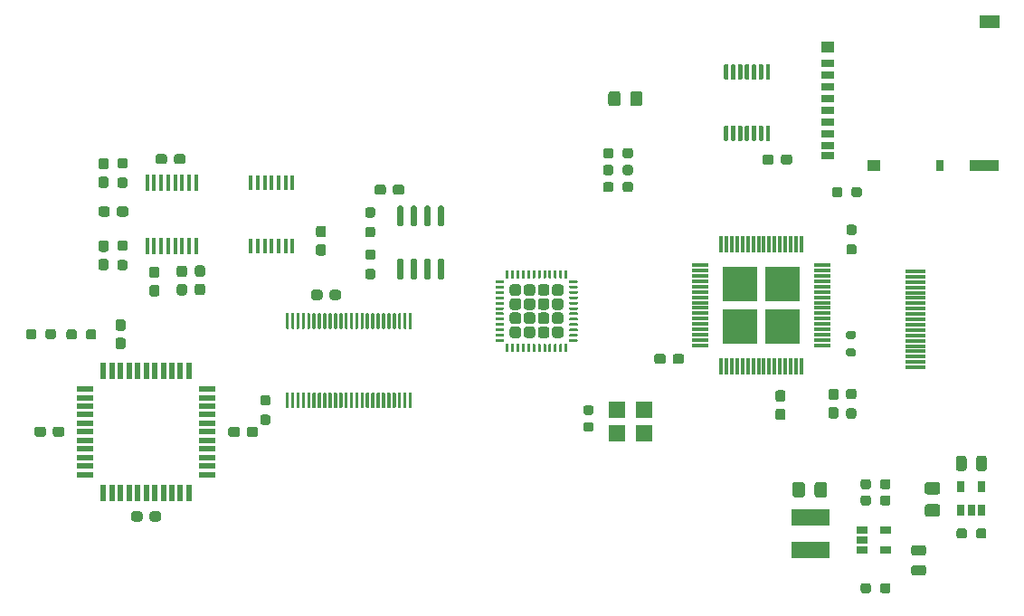
<source format=gtp>
G04 #@! TF.GenerationSoftware,KiCad,Pcbnew,(5.1.12)-1*
G04 #@! TF.CreationDate,2022-06-02T09:48:45-07:00*
G04 #@! TF.ProjectId,vera-module-rev4,76657261-2d6d-46f6-9475-6c652d726576,rev?*
G04 #@! TF.SameCoordinates,Original*
G04 #@! TF.FileFunction,Paste,Top*
G04 #@! TF.FilePolarity,Positive*
%FSLAX46Y46*%
G04 Gerber Fmt 4.6, Leading zero omitted, Abs format (unit mm)*
G04 Created by KiCad (PCBNEW (5.1.12)-1) date 2022-06-02 09:48:45*
%MOMM*%
%LPD*%
G01*
G04 APERTURE LIST*
%ADD10R,1.900000X0.300000*%
%ADD11R,0.450000X1.500000*%
%ADD12R,3.200000X3.200000*%
%ADD13R,1.500000X0.300000*%
%ADD14R,0.300000X1.500000*%
%ADD15R,1.500000X0.550000*%
%ADD16R,0.550000X1.500000*%
%ADD17R,1.900000X1.300000*%
%ADD18R,2.800000X1.000000*%
%ADD19R,0.800000X1.000000*%
%ADD20R,1.200000X1.000000*%
%ADD21R,1.200000X0.700000*%
%ADD22R,1.600000X1.500000*%
%ADD23R,0.650000X1.060000*%
%ADD24R,1.060000X0.650000*%
%ADD25R,0.450000X1.450000*%
%ADD26R,3.600000X1.500000*%
G04 APERTURE END LIST*
G36*
G01*
X164829800Y-111625801D02*
X164829800Y-110725799D01*
G75*
G02*
X165079799Y-110475800I249999J0D01*
G01*
X165729801Y-110475800D01*
G75*
G02*
X165979800Y-110725799I0J-249999D01*
G01*
X165979800Y-111625801D01*
G75*
G02*
X165729801Y-111875800I-249999J0D01*
G01*
X165079799Y-111875800D01*
G75*
G02*
X164829800Y-111625801I0J249999D01*
G01*
G37*
G36*
G01*
X162779800Y-111625801D02*
X162779800Y-110725799D01*
G75*
G02*
X163029799Y-110475800I249999J0D01*
G01*
X163679801Y-110475800D01*
G75*
G02*
X163929800Y-110725799I0J-249999D01*
G01*
X163929800Y-111625801D01*
G75*
G02*
X163679801Y-111875800I-249999J0D01*
G01*
X163029799Y-111875800D01*
G75*
G02*
X162779800Y-111625801I0J249999D01*
G01*
G37*
G36*
G01*
X124324100Y-128505000D02*
X124799100Y-128505000D01*
G75*
G02*
X125036600Y-128742500I0J-237500D01*
G01*
X125036600Y-129342500D01*
G75*
G02*
X124799100Y-129580000I-237500J0D01*
G01*
X124324100Y-129580000D01*
G75*
G02*
X124086600Y-129342500I0J237500D01*
G01*
X124086600Y-128742500D01*
G75*
G02*
X124324100Y-128505000I237500J0D01*
G01*
G37*
G36*
G01*
X124324100Y-126780000D02*
X124799100Y-126780000D01*
G75*
G02*
X125036600Y-127017500I0J-237500D01*
G01*
X125036600Y-127617500D01*
G75*
G02*
X124799100Y-127855000I-237500J0D01*
G01*
X124324100Y-127855000D01*
G75*
G02*
X124086600Y-127617500I0J237500D01*
G01*
X124086600Y-127017500D01*
G75*
G02*
X124324100Y-126780000I237500J0D01*
G01*
G37*
G36*
G01*
X144168500Y-138674500D02*
X144318500Y-138674500D01*
G75*
G02*
X144393500Y-138749500I0J-75000D01*
G01*
X144393500Y-140074500D01*
G75*
G02*
X144318500Y-140149500I-75000J0D01*
G01*
X144168500Y-140149500D01*
G75*
G02*
X144093500Y-140074500I0J75000D01*
G01*
X144093500Y-138749500D01*
G75*
G02*
X144168500Y-138674500I75000J0D01*
G01*
G37*
G36*
G01*
X143668500Y-138674500D02*
X143818500Y-138674500D01*
G75*
G02*
X143893500Y-138749500I0J-75000D01*
G01*
X143893500Y-140074500D01*
G75*
G02*
X143818500Y-140149500I-75000J0D01*
G01*
X143668500Y-140149500D01*
G75*
G02*
X143593500Y-140074500I0J75000D01*
G01*
X143593500Y-138749500D01*
G75*
G02*
X143668500Y-138674500I75000J0D01*
G01*
G37*
G36*
G01*
X143168500Y-138674500D02*
X143318500Y-138674500D01*
G75*
G02*
X143393500Y-138749500I0J-75000D01*
G01*
X143393500Y-140074500D01*
G75*
G02*
X143318500Y-140149500I-75000J0D01*
G01*
X143168500Y-140149500D01*
G75*
G02*
X143093500Y-140074500I0J75000D01*
G01*
X143093500Y-138749500D01*
G75*
G02*
X143168500Y-138674500I75000J0D01*
G01*
G37*
G36*
G01*
X142668500Y-138674500D02*
X142818500Y-138674500D01*
G75*
G02*
X142893500Y-138749500I0J-75000D01*
G01*
X142893500Y-140074500D01*
G75*
G02*
X142818500Y-140149500I-75000J0D01*
G01*
X142668500Y-140149500D01*
G75*
G02*
X142593500Y-140074500I0J75000D01*
G01*
X142593500Y-138749500D01*
G75*
G02*
X142668500Y-138674500I75000J0D01*
G01*
G37*
G36*
G01*
X142168500Y-138674500D02*
X142318500Y-138674500D01*
G75*
G02*
X142393500Y-138749500I0J-75000D01*
G01*
X142393500Y-140074500D01*
G75*
G02*
X142318500Y-140149500I-75000J0D01*
G01*
X142168500Y-140149500D01*
G75*
G02*
X142093500Y-140074500I0J75000D01*
G01*
X142093500Y-138749500D01*
G75*
G02*
X142168500Y-138674500I75000J0D01*
G01*
G37*
G36*
G01*
X141668500Y-138674500D02*
X141818500Y-138674500D01*
G75*
G02*
X141893500Y-138749500I0J-75000D01*
G01*
X141893500Y-140074500D01*
G75*
G02*
X141818500Y-140149500I-75000J0D01*
G01*
X141668500Y-140149500D01*
G75*
G02*
X141593500Y-140074500I0J75000D01*
G01*
X141593500Y-138749500D01*
G75*
G02*
X141668500Y-138674500I75000J0D01*
G01*
G37*
G36*
G01*
X141168500Y-138674500D02*
X141318500Y-138674500D01*
G75*
G02*
X141393500Y-138749500I0J-75000D01*
G01*
X141393500Y-140074500D01*
G75*
G02*
X141318500Y-140149500I-75000J0D01*
G01*
X141168500Y-140149500D01*
G75*
G02*
X141093500Y-140074500I0J75000D01*
G01*
X141093500Y-138749500D01*
G75*
G02*
X141168500Y-138674500I75000J0D01*
G01*
G37*
G36*
G01*
X140668500Y-138674500D02*
X140818500Y-138674500D01*
G75*
G02*
X140893500Y-138749500I0J-75000D01*
G01*
X140893500Y-140074500D01*
G75*
G02*
X140818500Y-140149500I-75000J0D01*
G01*
X140668500Y-140149500D01*
G75*
G02*
X140593500Y-140074500I0J75000D01*
G01*
X140593500Y-138749500D01*
G75*
G02*
X140668500Y-138674500I75000J0D01*
G01*
G37*
G36*
G01*
X140168500Y-138674500D02*
X140318500Y-138674500D01*
G75*
G02*
X140393500Y-138749500I0J-75000D01*
G01*
X140393500Y-140074500D01*
G75*
G02*
X140318500Y-140149500I-75000J0D01*
G01*
X140168500Y-140149500D01*
G75*
G02*
X140093500Y-140074500I0J75000D01*
G01*
X140093500Y-138749500D01*
G75*
G02*
X140168500Y-138674500I75000J0D01*
G01*
G37*
G36*
G01*
X139668500Y-138674500D02*
X139818500Y-138674500D01*
G75*
G02*
X139893500Y-138749500I0J-75000D01*
G01*
X139893500Y-140074500D01*
G75*
G02*
X139818500Y-140149500I-75000J0D01*
G01*
X139668500Y-140149500D01*
G75*
G02*
X139593500Y-140074500I0J75000D01*
G01*
X139593500Y-138749500D01*
G75*
G02*
X139668500Y-138674500I75000J0D01*
G01*
G37*
G36*
G01*
X139168500Y-138674500D02*
X139318500Y-138674500D01*
G75*
G02*
X139393500Y-138749500I0J-75000D01*
G01*
X139393500Y-140074500D01*
G75*
G02*
X139318500Y-140149500I-75000J0D01*
G01*
X139168500Y-140149500D01*
G75*
G02*
X139093500Y-140074500I0J75000D01*
G01*
X139093500Y-138749500D01*
G75*
G02*
X139168500Y-138674500I75000J0D01*
G01*
G37*
G36*
G01*
X138668500Y-138674500D02*
X138818500Y-138674500D01*
G75*
G02*
X138893500Y-138749500I0J-75000D01*
G01*
X138893500Y-140074500D01*
G75*
G02*
X138818500Y-140149500I-75000J0D01*
G01*
X138668500Y-140149500D01*
G75*
G02*
X138593500Y-140074500I0J75000D01*
G01*
X138593500Y-138749500D01*
G75*
G02*
X138668500Y-138674500I75000J0D01*
G01*
G37*
G36*
G01*
X138168500Y-138674500D02*
X138318500Y-138674500D01*
G75*
G02*
X138393500Y-138749500I0J-75000D01*
G01*
X138393500Y-140074500D01*
G75*
G02*
X138318500Y-140149500I-75000J0D01*
G01*
X138168500Y-140149500D01*
G75*
G02*
X138093500Y-140074500I0J75000D01*
G01*
X138093500Y-138749500D01*
G75*
G02*
X138168500Y-138674500I75000J0D01*
G01*
G37*
G36*
G01*
X137668500Y-138674500D02*
X137818500Y-138674500D01*
G75*
G02*
X137893500Y-138749500I0J-75000D01*
G01*
X137893500Y-140074500D01*
G75*
G02*
X137818500Y-140149500I-75000J0D01*
G01*
X137668500Y-140149500D01*
G75*
G02*
X137593500Y-140074500I0J75000D01*
G01*
X137593500Y-138749500D01*
G75*
G02*
X137668500Y-138674500I75000J0D01*
G01*
G37*
G36*
G01*
X137168500Y-138674500D02*
X137318500Y-138674500D01*
G75*
G02*
X137393500Y-138749500I0J-75000D01*
G01*
X137393500Y-140074500D01*
G75*
G02*
X137318500Y-140149500I-75000J0D01*
G01*
X137168500Y-140149500D01*
G75*
G02*
X137093500Y-140074500I0J75000D01*
G01*
X137093500Y-138749500D01*
G75*
G02*
X137168500Y-138674500I75000J0D01*
G01*
G37*
G36*
G01*
X136668500Y-138674500D02*
X136818500Y-138674500D01*
G75*
G02*
X136893500Y-138749500I0J-75000D01*
G01*
X136893500Y-140074500D01*
G75*
G02*
X136818500Y-140149500I-75000J0D01*
G01*
X136668500Y-140149500D01*
G75*
G02*
X136593500Y-140074500I0J75000D01*
G01*
X136593500Y-138749500D01*
G75*
G02*
X136668500Y-138674500I75000J0D01*
G01*
G37*
G36*
G01*
X136168500Y-138674500D02*
X136318500Y-138674500D01*
G75*
G02*
X136393500Y-138749500I0J-75000D01*
G01*
X136393500Y-140074500D01*
G75*
G02*
X136318500Y-140149500I-75000J0D01*
G01*
X136168500Y-140149500D01*
G75*
G02*
X136093500Y-140074500I0J75000D01*
G01*
X136093500Y-138749500D01*
G75*
G02*
X136168500Y-138674500I75000J0D01*
G01*
G37*
G36*
G01*
X135668500Y-138674500D02*
X135818500Y-138674500D01*
G75*
G02*
X135893500Y-138749500I0J-75000D01*
G01*
X135893500Y-140074500D01*
G75*
G02*
X135818500Y-140149500I-75000J0D01*
G01*
X135668500Y-140149500D01*
G75*
G02*
X135593500Y-140074500I0J75000D01*
G01*
X135593500Y-138749500D01*
G75*
G02*
X135668500Y-138674500I75000J0D01*
G01*
G37*
G36*
G01*
X135168500Y-138674500D02*
X135318500Y-138674500D01*
G75*
G02*
X135393500Y-138749500I0J-75000D01*
G01*
X135393500Y-140074500D01*
G75*
G02*
X135318500Y-140149500I-75000J0D01*
G01*
X135168500Y-140149500D01*
G75*
G02*
X135093500Y-140074500I0J75000D01*
G01*
X135093500Y-138749500D01*
G75*
G02*
X135168500Y-138674500I75000J0D01*
G01*
G37*
G36*
G01*
X134668500Y-138674500D02*
X134818500Y-138674500D01*
G75*
G02*
X134893500Y-138749500I0J-75000D01*
G01*
X134893500Y-140074500D01*
G75*
G02*
X134818500Y-140149500I-75000J0D01*
G01*
X134668500Y-140149500D01*
G75*
G02*
X134593500Y-140074500I0J75000D01*
G01*
X134593500Y-138749500D01*
G75*
G02*
X134668500Y-138674500I75000J0D01*
G01*
G37*
G36*
G01*
X134168500Y-138674500D02*
X134318500Y-138674500D01*
G75*
G02*
X134393500Y-138749500I0J-75000D01*
G01*
X134393500Y-140074500D01*
G75*
G02*
X134318500Y-140149500I-75000J0D01*
G01*
X134168500Y-140149500D01*
G75*
G02*
X134093500Y-140074500I0J75000D01*
G01*
X134093500Y-138749500D01*
G75*
G02*
X134168500Y-138674500I75000J0D01*
G01*
G37*
G36*
G01*
X133668500Y-138674500D02*
X133818500Y-138674500D01*
G75*
G02*
X133893500Y-138749500I0J-75000D01*
G01*
X133893500Y-140074500D01*
G75*
G02*
X133818500Y-140149500I-75000J0D01*
G01*
X133668500Y-140149500D01*
G75*
G02*
X133593500Y-140074500I0J75000D01*
G01*
X133593500Y-138749500D01*
G75*
G02*
X133668500Y-138674500I75000J0D01*
G01*
G37*
G36*
G01*
X133168500Y-138674500D02*
X133318500Y-138674500D01*
G75*
G02*
X133393500Y-138749500I0J-75000D01*
G01*
X133393500Y-140074500D01*
G75*
G02*
X133318500Y-140149500I-75000J0D01*
G01*
X133168500Y-140149500D01*
G75*
G02*
X133093500Y-140074500I0J75000D01*
G01*
X133093500Y-138749500D01*
G75*
G02*
X133168500Y-138674500I75000J0D01*
G01*
G37*
G36*
G01*
X132668500Y-138674500D02*
X132818500Y-138674500D01*
G75*
G02*
X132893500Y-138749500I0J-75000D01*
G01*
X132893500Y-140074500D01*
G75*
G02*
X132818500Y-140149500I-75000J0D01*
G01*
X132668500Y-140149500D01*
G75*
G02*
X132593500Y-140074500I0J75000D01*
G01*
X132593500Y-138749500D01*
G75*
G02*
X132668500Y-138674500I75000J0D01*
G01*
G37*
G36*
G01*
X132668500Y-131249500D02*
X132818500Y-131249500D01*
G75*
G02*
X132893500Y-131324500I0J-75000D01*
G01*
X132893500Y-132649500D01*
G75*
G02*
X132818500Y-132724500I-75000J0D01*
G01*
X132668500Y-132724500D01*
G75*
G02*
X132593500Y-132649500I0J75000D01*
G01*
X132593500Y-131324500D01*
G75*
G02*
X132668500Y-131249500I75000J0D01*
G01*
G37*
G36*
G01*
X133168500Y-131249500D02*
X133318500Y-131249500D01*
G75*
G02*
X133393500Y-131324500I0J-75000D01*
G01*
X133393500Y-132649500D01*
G75*
G02*
X133318500Y-132724500I-75000J0D01*
G01*
X133168500Y-132724500D01*
G75*
G02*
X133093500Y-132649500I0J75000D01*
G01*
X133093500Y-131324500D01*
G75*
G02*
X133168500Y-131249500I75000J0D01*
G01*
G37*
G36*
G01*
X133668500Y-131249500D02*
X133818500Y-131249500D01*
G75*
G02*
X133893500Y-131324500I0J-75000D01*
G01*
X133893500Y-132649500D01*
G75*
G02*
X133818500Y-132724500I-75000J0D01*
G01*
X133668500Y-132724500D01*
G75*
G02*
X133593500Y-132649500I0J75000D01*
G01*
X133593500Y-131324500D01*
G75*
G02*
X133668500Y-131249500I75000J0D01*
G01*
G37*
G36*
G01*
X134168500Y-131249500D02*
X134318500Y-131249500D01*
G75*
G02*
X134393500Y-131324500I0J-75000D01*
G01*
X134393500Y-132649500D01*
G75*
G02*
X134318500Y-132724500I-75000J0D01*
G01*
X134168500Y-132724500D01*
G75*
G02*
X134093500Y-132649500I0J75000D01*
G01*
X134093500Y-131324500D01*
G75*
G02*
X134168500Y-131249500I75000J0D01*
G01*
G37*
G36*
G01*
X134668500Y-131249500D02*
X134818500Y-131249500D01*
G75*
G02*
X134893500Y-131324500I0J-75000D01*
G01*
X134893500Y-132649500D01*
G75*
G02*
X134818500Y-132724500I-75000J0D01*
G01*
X134668500Y-132724500D01*
G75*
G02*
X134593500Y-132649500I0J75000D01*
G01*
X134593500Y-131324500D01*
G75*
G02*
X134668500Y-131249500I75000J0D01*
G01*
G37*
G36*
G01*
X135168500Y-131249500D02*
X135318500Y-131249500D01*
G75*
G02*
X135393500Y-131324500I0J-75000D01*
G01*
X135393500Y-132649500D01*
G75*
G02*
X135318500Y-132724500I-75000J0D01*
G01*
X135168500Y-132724500D01*
G75*
G02*
X135093500Y-132649500I0J75000D01*
G01*
X135093500Y-131324500D01*
G75*
G02*
X135168500Y-131249500I75000J0D01*
G01*
G37*
G36*
G01*
X135668500Y-131249500D02*
X135818500Y-131249500D01*
G75*
G02*
X135893500Y-131324500I0J-75000D01*
G01*
X135893500Y-132649500D01*
G75*
G02*
X135818500Y-132724500I-75000J0D01*
G01*
X135668500Y-132724500D01*
G75*
G02*
X135593500Y-132649500I0J75000D01*
G01*
X135593500Y-131324500D01*
G75*
G02*
X135668500Y-131249500I75000J0D01*
G01*
G37*
G36*
G01*
X136168500Y-131249500D02*
X136318500Y-131249500D01*
G75*
G02*
X136393500Y-131324500I0J-75000D01*
G01*
X136393500Y-132649500D01*
G75*
G02*
X136318500Y-132724500I-75000J0D01*
G01*
X136168500Y-132724500D01*
G75*
G02*
X136093500Y-132649500I0J75000D01*
G01*
X136093500Y-131324500D01*
G75*
G02*
X136168500Y-131249500I75000J0D01*
G01*
G37*
G36*
G01*
X136668500Y-131249500D02*
X136818500Y-131249500D01*
G75*
G02*
X136893500Y-131324500I0J-75000D01*
G01*
X136893500Y-132649500D01*
G75*
G02*
X136818500Y-132724500I-75000J0D01*
G01*
X136668500Y-132724500D01*
G75*
G02*
X136593500Y-132649500I0J75000D01*
G01*
X136593500Y-131324500D01*
G75*
G02*
X136668500Y-131249500I75000J0D01*
G01*
G37*
G36*
G01*
X137168500Y-131249500D02*
X137318500Y-131249500D01*
G75*
G02*
X137393500Y-131324500I0J-75000D01*
G01*
X137393500Y-132649500D01*
G75*
G02*
X137318500Y-132724500I-75000J0D01*
G01*
X137168500Y-132724500D01*
G75*
G02*
X137093500Y-132649500I0J75000D01*
G01*
X137093500Y-131324500D01*
G75*
G02*
X137168500Y-131249500I75000J0D01*
G01*
G37*
G36*
G01*
X137668500Y-131249500D02*
X137818500Y-131249500D01*
G75*
G02*
X137893500Y-131324500I0J-75000D01*
G01*
X137893500Y-132649500D01*
G75*
G02*
X137818500Y-132724500I-75000J0D01*
G01*
X137668500Y-132724500D01*
G75*
G02*
X137593500Y-132649500I0J75000D01*
G01*
X137593500Y-131324500D01*
G75*
G02*
X137668500Y-131249500I75000J0D01*
G01*
G37*
G36*
G01*
X138168500Y-131249500D02*
X138318500Y-131249500D01*
G75*
G02*
X138393500Y-131324500I0J-75000D01*
G01*
X138393500Y-132649500D01*
G75*
G02*
X138318500Y-132724500I-75000J0D01*
G01*
X138168500Y-132724500D01*
G75*
G02*
X138093500Y-132649500I0J75000D01*
G01*
X138093500Y-131324500D01*
G75*
G02*
X138168500Y-131249500I75000J0D01*
G01*
G37*
G36*
G01*
X138668500Y-131249500D02*
X138818500Y-131249500D01*
G75*
G02*
X138893500Y-131324500I0J-75000D01*
G01*
X138893500Y-132649500D01*
G75*
G02*
X138818500Y-132724500I-75000J0D01*
G01*
X138668500Y-132724500D01*
G75*
G02*
X138593500Y-132649500I0J75000D01*
G01*
X138593500Y-131324500D01*
G75*
G02*
X138668500Y-131249500I75000J0D01*
G01*
G37*
G36*
G01*
X139168500Y-131249500D02*
X139318500Y-131249500D01*
G75*
G02*
X139393500Y-131324500I0J-75000D01*
G01*
X139393500Y-132649500D01*
G75*
G02*
X139318500Y-132724500I-75000J0D01*
G01*
X139168500Y-132724500D01*
G75*
G02*
X139093500Y-132649500I0J75000D01*
G01*
X139093500Y-131324500D01*
G75*
G02*
X139168500Y-131249500I75000J0D01*
G01*
G37*
G36*
G01*
X139668500Y-131249500D02*
X139818500Y-131249500D01*
G75*
G02*
X139893500Y-131324500I0J-75000D01*
G01*
X139893500Y-132649500D01*
G75*
G02*
X139818500Y-132724500I-75000J0D01*
G01*
X139668500Y-132724500D01*
G75*
G02*
X139593500Y-132649500I0J75000D01*
G01*
X139593500Y-131324500D01*
G75*
G02*
X139668500Y-131249500I75000J0D01*
G01*
G37*
G36*
G01*
X140168500Y-131249500D02*
X140318500Y-131249500D01*
G75*
G02*
X140393500Y-131324500I0J-75000D01*
G01*
X140393500Y-132649500D01*
G75*
G02*
X140318500Y-132724500I-75000J0D01*
G01*
X140168500Y-132724500D01*
G75*
G02*
X140093500Y-132649500I0J75000D01*
G01*
X140093500Y-131324500D01*
G75*
G02*
X140168500Y-131249500I75000J0D01*
G01*
G37*
G36*
G01*
X140668500Y-131249500D02*
X140818500Y-131249500D01*
G75*
G02*
X140893500Y-131324500I0J-75000D01*
G01*
X140893500Y-132649500D01*
G75*
G02*
X140818500Y-132724500I-75000J0D01*
G01*
X140668500Y-132724500D01*
G75*
G02*
X140593500Y-132649500I0J75000D01*
G01*
X140593500Y-131324500D01*
G75*
G02*
X140668500Y-131249500I75000J0D01*
G01*
G37*
G36*
G01*
X141168500Y-131249500D02*
X141318500Y-131249500D01*
G75*
G02*
X141393500Y-131324500I0J-75000D01*
G01*
X141393500Y-132649500D01*
G75*
G02*
X141318500Y-132724500I-75000J0D01*
G01*
X141168500Y-132724500D01*
G75*
G02*
X141093500Y-132649500I0J75000D01*
G01*
X141093500Y-131324500D01*
G75*
G02*
X141168500Y-131249500I75000J0D01*
G01*
G37*
G36*
G01*
X141668500Y-131249500D02*
X141818500Y-131249500D01*
G75*
G02*
X141893500Y-131324500I0J-75000D01*
G01*
X141893500Y-132649500D01*
G75*
G02*
X141818500Y-132724500I-75000J0D01*
G01*
X141668500Y-132724500D01*
G75*
G02*
X141593500Y-132649500I0J75000D01*
G01*
X141593500Y-131324500D01*
G75*
G02*
X141668500Y-131249500I75000J0D01*
G01*
G37*
G36*
G01*
X142168500Y-131249500D02*
X142318500Y-131249500D01*
G75*
G02*
X142393500Y-131324500I0J-75000D01*
G01*
X142393500Y-132649500D01*
G75*
G02*
X142318500Y-132724500I-75000J0D01*
G01*
X142168500Y-132724500D01*
G75*
G02*
X142093500Y-132649500I0J75000D01*
G01*
X142093500Y-131324500D01*
G75*
G02*
X142168500Y-131249500I75000J0D01*
G01*
G37*
G36*
G01*
X142668500Y-131249500D02*
X142818500Y-131249500D01*
G75*
G02*
X142893500Y-131324500I0J-75000D01*
G01*
X142893500Y-132649500D01*
G75*
G02*
X142818500Y-132724500I-75000J0D01*
G01*
X142668500Y-132724500D01*
G75*
G02*
X142593500Y-132649500I0J75000D01*
G01*
X142593500Y-131324500D01*
G75*
G02*
X142668500Y-131249500I75000J0D01*
G01*
G37*
G36*
G01*
X143168500Y-131249500D02*
X143318500Y-131249500D01*
G75*
G02*
X143393500Y-131324500I0J-75000D01*
G01*
X143393500Y-132649500D01*
G75*
G02*
X143318500Y-132724500I-75000J0D01*
G01*
X143168500Y-132724500D01*
G75*
G02*
X143093500Y-132649500I0J75000D01*
G01*
X143093500Y-131324500D01*
G75*
G02*
X143168500Y-131249500I75000J0D01*
G01*
G37*
G36*
G01*
X143668500Y-131249500D02*
X143818500Y-131249500D01*
G75*
G02*
X143893500Y-131324500I0J-75000D01*
G01*
X143893500Y-132649500D01*
G75*
G02*
X143818500Y-132724500I-75000J0D01*
G01*
X143668500Y-132724500D01*
G75*
G02*
X143593500Y-132649500I0J75000D01*
G01*
X143593500Y-131324500D01*
G75*
G02*
X143668500Y-131249500I75000J0D01*
G01*
G37*
G36*
G01*
X144168500Y-131249500D02*
X144318500Y-131249500D01*
G75*
G02*
X144393500Y-131324500I0J-75000D01*
G01*
X144393500Y-132649500D01*
G75*
G02*
X144318500Y-132724500I-75000J0D01*
G01*
X144168500Y-132724500D01*
G75*
G02*
X144093500Y-132649500I0J75000D01*
G01*
X144093500Y-131324500D01*
G75*
G02*
X144168500Y-131249500I75000J0D01*
G01*
G37*
G36*
G01*
X163267200Y-116043700D02*
X163267200Y-116518700D01*
G75*
G02*
X163029700Y-116756200I-237500J0D01*
G01*
X162529700Y-116756200D01*
G75*
G02*
X162292200Y-116518700I0J237500D01*
G01*
X162292200Y-116043700D01*
G75*
G02*
X162529700Y-115806200I237500J0D01*
G01*
X163029700Y-115806200D01*
G75*
G02*
X163267200Y-116043700I0J-237500D01*
G01*
G37*
G36*
G01*
X165092200Y-116043700D02*
X165092200Y-116518700D01*
G75*
G02*
X164854700Y-116756200I-237500J0D01*
G01*
X164354700Y-116756200D01*
G75*
G02*
X164117200Y-116518700I0J237500D01*
G01*
X164117200Y-116043700D01*
G75*
G02*
X164354700Y-115806200I237500J0D01*
G01*
X164854700Y-115806200D01*
G75*
G02*
X165092200Y-116043700I0J-237500D01*
G01*
G37*
D10*
X191537800Y-136330000D03*
X191537800Y-135830000D03*
X191537800Y-135330000D03*
X191537800Y-134830000D03*
X191537800Y-134330000D03*
X191537800Y-133830000D03*
X191537800Y-133330000D03*
X191537800Y-132830000D03*
X191537800Y-132330000D03*
X191537800Y-131830000D03*
X191537800Y-131330000D03*
X191537800Y-130830000D03*
X191537800Y-130330000D03*
X191537800Y-129830000D03*
X191537800Y-129330000D03*
X191537800Y-128830000D03*
X191537800Y-128330000D03*
X191537800Y-127830000D03*
X191537800Y-127330000D03*
D11*
X119632300Y-119033500D03*
X120282300Y-119033500D03*
X120932300Y-119033500D03*
X121582300Y-119033500D03*
X122232300Y-119033500D03*
X122882300Y-119033500D03*
X123532300Y-119033500D03*
X124182300Y-119033500D03*
X124182300Y-124933500D03*
X123532300Y-124933500D03*
X122882300Y-124933500D03*
X122232300Y-124933500D03*
X121582300Y-124933500D03*
X120932300Y-124933500D03*
X120282300Y-124933500D03*
X119632300Y-124933500D03*
G36*
G01*
X117072400Y-118549600D02*
X117547400Y-118549600D01*
G75*
G02*
X117784900Y-118787100I0J-237500D01*
G01*
X117784900Y-119287100D01*
G75*
G02*
X117547400Y-119524600I-237500J0D01*
G01*
X117072400Y-119524600D01*
G75*
G02*
X116834900Y-119287100I0J237500D01*
G01*
X116834900Y-118787100D01*
G75*
G02*
X117072400Y-118549600I237500J0D01*
G01*
G37*
G36*
G01*
X117072400Y-116724600D02*
X117547400Y-116724600D01*
G75*
G02*
X117784900Y-116962100I0J-237500D01*
G01*
X117784900Y-117462100D01*
G75*
G02*
X117547400Y-117699600I-237500J0D01*
G01*
X117072400Y-117699600D01*
G75*
G02*
X116834900Y-117462100I0J237500D01*
G01*
X116834900Y-116962100D01*
G75*
G02*
X117072400Y-116724600I237500J0D01*
G01*
G37*
G36*
G01*
X117547400Y-125419300D02*
X117072400Y-125419300D01*
G75*
G02*
X116834900Y-125181800I0J237500D01*
G01*
X116834900Y-124681800D01*
G75*
G02*
X117072400Y-124444300I237500J0D01*
G01*
X117547400Y-124444300D01*
G75*
G02*
X117784900Y-124681800I0J-237500D01*
G01*
X117784900Y-125181800D01*
G75*
G02*
X117547400Y-125419300I-237500J0D01*
G01*
G37*
G36*
G01*
X117547400Y-127244300D02*
X117072400Y-127244300D01*
G75*
G02*
X116834900Y-127006800I0J237500D01*
G01*
X116834900Y-126506800D01*
G75*
G02*
X117072400Y-126269300I237500J0D01*
G01*
X117547400Y-126269300D01*
G75*
G02*
X117784900Y-126506800I0J-237500D01*
G01*
X117784900Y-127006800D01*
G75*
G02*
X117547400Y-127244300I-237500J0D01*
G01*
G37*
G36*
G01*
X122635000Y-128517700D02*
X123110000Y-128517700D01*
G75*
G02*
X123347500Y-128755200I0J-237500D01*
G01*
X123347500Y-129355200D01*
G75*
G02*
X123110000Y-129592700I-237500J0D01*
G01*
X122635000Y-129592700D01*
G75*
G02*
X122397500Y-129355200I0J237500D01*
G01*
X122397500Y-128755200D01*
G75*
G02*
X122635000Y-128517700I237500J0D01*
G01*
G37*
G36*
G01*
X122635000Y-126792700D02*
X123110000Y-126792700D01*
G75*
G02*
X123347500Y-127030200I0J-237500D01*
G01*
X123347500Y-127630200D01*
G75*
G02*
X123110000Y-127867700I-237500J0D01*
G01*
X122635000Y-127867700D01*
G75*
G02*
X122397500Y-127630200I0J237500D01*
G01*
X122397500Y-127030200D01*
G75*
G02*
X122635000Y-126792700I237500J0D01*
G01*
G37*
G36*
G01*
X120056900Y-128607700D02*
X120531900Y-128607700D01*
G75*
G02*
X120769400Y-128845200I0J-237500D01*
G01*
X120769400Y-129445200D01*
G75*
G02*
X120531900Y-129682700I-237500J0D01*
G01*
X120056900Y-129682700D01*
G75*
G02*
X119819400Y-129445200I0J237500D01*
G01*
X119819400Y-128845200D01*
G75*
G02*
X120056900Y-128607700I237500J0D01*
G01*
G37*
G36*
G01*
X120056900Y-126882700D02*
X120531900Y-126882700D01*
G75*
G02*
X120769400Y-127120200I0J-237500D01*
G01*
X120769400Y-127720200D01*
G75*
G02*
X120531900Y-127957700I-237500J0D01*
G01*
X120056900Y-127957700D01*
G75*
G02*
X119819400Y-127720200I0J237500D01*
G01*
X119819400Y-127120200D01*
G75*
G02*
X120056900Y-126882700I237500J0D01*
G01*
G37*
G36*
G01*
X122131800Y-117064800D02*
X122131800Y-116589800D01*
G75*
G02*
X122369300Y-116352300I237500J0D01*
G01*
X122969300Y-116352300D01*
G75*
G02*
X123206800Y-116589800I0J-237500D01*
G01*
X123206800Y-117064800D01*
G75*
G02*
X122969300Y-117302300I-237500J0D01*
G01*
X122369300Y-117302300D01*
G75*
G02*
X122131800Y-117064800I0J237500D01*
G01*
G37*
G36*
G01*
X120406800Y-117064800D02*
X120406800Y-116589800D01*
G75*
G02*
X120644300Y-116352300I237500J0D01*
G01*
X121244300Y-116352300D01*
G75*
G02*
X121481800Y-116589800I0J-237500D01*
G01*
X121481800Y-117064800D01*
G75*
G02*
X121244300Y-117302300I-237500J0D01*
G01*
X120644300Y-117302300D01*
G75*
G02*
X120406800Y-117064800I0J237500D01*
G01*
G37*
G36*
G01*
X115294400Y-118461500D02*
X115769400Y-118461500D01*
G75*
G02*
X116006900Y-118699000I0J-237500D01*
G01*
X116006900Y-119299000D01*
G75*
G02*
X115769400Y-119536500I-237500J0D01*
G01*
X115294400Y-119536500D01*
G75*
G02*
X115056900Y-119299000I0J237500D01*
G01*
X115056900Y-118699000D01*
G75*
G02*
X115294400Y-118461500I237500J0D01*
G01*
G37*
G36*
G01*
X115294400Y-116736500D02*
X115769400Y-116736500D01*
G75*
G02*
X116006900Y-116974000I0J-237500D01*
G01*
X116006900Y-117574000D01*
G75*
G02*
X115769400Y-117811500I-237500J0D01*
G01*
X115294400Y-117811500D01*
G75*
G02*
X115056900Y-117574000I0J237500D01*
G01*
X115056900Y-116974000D01*
G75*
G02*
X115294400Y-116736500I237500J0D01*
G01*
G37*
G36*
G01*
X116784000Y-121979700D02*
X116784000Y-121504700D01*
G75*
G02*
X117021500Y-121267200I237500J0D01*
G01*
X117621500Y-121267200D01*
G75*
G02*
X117859000Y-121504700I0J-237500D01*
G01*
X117859000Y-121979700D01*
G75*
G02*
X117621500Y-122217200I-237500J0D01*
G01*
X117021500Y-122217200D01*
G75*
G02*
X116784000Y-121979700I0J237500D01*
G01*
G37*
G36*
G01*
X115059000Y-121979700D02*
X115059000Y-121504700D01*
G75*
G02*
X115296500Y-121267200I237500J0D01*
G01*
X115896500Y-121267200D01*
G75*
G02*
X116134000Y-121504700I0J-237500D01*
G01*
X116134000Y-121979700D01*
G75*
G02*
X115896500Y-122217200I-237500J0D01*
G01*
X115296500Y-122217200D01*
G75*
G02*
X115059000Y-121979700I0J237500D01*
G01*
G37*
G36*
G01*
X115769400Y-125519300D02*
X115294400Y-125519300D01*
G75*
G02*
X115056900Y-125281800I0J237500D01*
G01*
X115056900Y-124681800D01*
G75*
G02*
X115294400Y-124444300I237500J0D01*
G01*
X115769400Y-124444300D01*
G75*
G02*
X116006900Y-124681800I0J-237500D01*
G01*
X116006900Y-125281800D01*
G75*
G02*
X115769400Y-125519300I-237500J0D01*
G01*
G37*
G36*
G01*
X115769400Y-127244300D02*
X115294400Y-127244300D01*
G75*
G02*
X115056900Y-127006800I0J237500D01*
G01*
X115056900Y-126406800D01*
G75*
G02*
X115294400Y-126169300I237500J0D01*
G01*
X115769400Y-126169300D01*
G75*
G02*
X116006900Y-126406800I0J-237500D01*
G01*
X116006900Y-127006800D01*
G75*
G02*
X115769400Y-127244300I-237500J0D01*
G01*
G37*
G36*
G01*
X140249900Y-123168600D02*
X140724900Y-123168600D01*
G75*
G02*
X140962400Y-123406100I0J-237500D01*
G01*
X140962400Y-123906100D01*
G75*
G02*
X140724900Y-124143600I-237500J0D01*
G01*
X140249900Y-124143600D01*
G75*
G02*
X140012400Y-123906100I0J237500D01*
G01*
X140012400Y-123406100D01*
G75*
G02*
X140249900Y-123168600I237500J0D01*
G01*
G37*
G36*
G01*
X140249900Y-121343600D02*
X140724900Y-121343600D01*
G75*
G02*
X140962400Y-121581100I0J-237500D01*
G01*
X140962400Y-122081100D01*
G75*
G02*
X140724900Y-122318600I-237500J0D01*
G01*
X140249900Y-122318600D01*
G75*
G02*
X140012400Y-122081100I0J237500D01*
G01*
X140012400Y-121581100D01*
G75*
G02*
X140249900Y-121343600I237500J0D01*
G01*
G37*
G36*
G01*
X140750300Y-126255600D02*
X140275300Y-126255600D01*
G75*
G02*
X140037800Y-126018100I0J237500D01*
G01*
X140037800Y-125518100D01*
G75*
G02*
X140275300Y-125280600I237500J0D01*
G01*
X140750300Y-125280600D01*
G75*
G02*
X140987800Y-125518100I0J-237500D01*
G01*
X140987800Y-126018100D01*
G75*
G02*
X140750300Y-126255600I-237500J0D01*
G01*
G37*
G36*
G01*
X140750300Y-128080600D02*
X140275300Y-128080600D01*
G75*
G02*
X140037800Y-127843100I0J237500D01*
G01*
X140037800Y-127343100D01*
G75*
G02*
X140275300Y-127105600I237500J0D01*
G01*
X140750300Y-127105600D01*
G75*
G02*
X140987800Y-127343100I0J-237500D01*
G01*
X140987800Y-127843100D01*
G75*
G02*
X140750300Y-128080600I-237500J0D01*
G01*
G37*
G36*
G01*
X141966900Y-119460000D02*
X141966900Y-119935000D01*
G75*
G02*
X141729400Y-120172500I-237500J0D01*
G01*
X141129400Y-120172500D01*
G75*
G02*
X140891900Y-119935000I0J237500D01*
G01*
X140891900Y-119460000D01*
G75*
G02*
X141129400Y-119222500I237500J0D01*
G01*
X141729400Y-119222500D01*
G75*
G02*
X141966900Y-119460000I0J-237500D01*
G01*
G37*
G36*
G01*
X143691900Y-119460000D02*
X143691900Y-119935000D01*
G75*
G02*
X143454400Y-120172500I-237500J0D01*
G01*
X142854400Y-120172500D01*
G75*
G02*
X142616900Y-119935000I0J237500D01*
G01*
X142616900Y-119460000D01*
G75*
G02*
X142854400Y-119222500I237500J0D01*
G01*
X143454400Y-119222500D01*
G75*
G02*
X143691900Y-119460000I0J-237500D01*
G01*
G37*
G36*
G01*
X130920500Y-139895400D02*
X130445500Y-139895400D01*
G75*
G02*
X130208000Y-139657900I0J237500D01*
G01*
X130208000Y-139157900D01*
G75*
G02*
X130445500Y-138920400I237500J0D01*
G01*
X130920500Y-138920400D01*
G75*
G02*
X131158000Y-139157900I0J-237500D01*
G01*
X131158000Y-139657900D01*
G75*
G02*
X130920500Y-139895400I-237500J0D01*
G01*
G37*
G36*
G01*
X130920500Y-141720400D02*
X130445500Y-141720400D01*
G75*
G02*
X130208000Y-141482900I0J237500D01*
G01*
X130208000Y-140982900D01*
G75*
G02*
X130445500Y-140745400I237500J0D01*
G01*
X130920500Y-140745400D01*
G75*
G02*
X131158000Y-140982900I0J-237500D01*
G01*
X131158000Y-141482900D01*
G75*
G02*
X130920500Y-141720400I-237500J0D01*
G01*
G37*
G36*
G01*
X136036000Y-129302500D02*
X136036000Y-129777500D01*
G75*
G02*
X135798500Y-130015000I-237500J0D01*
G01*
X135198500Y-130015000D01*
G75*
G02*
X134961000Y-129777500I0J237500D01*
G01*
X134961000Y-129302500D01*
G75*
G02*
X135198500Y-129065000I237500J0D01*
G01*
X135798500Y-129065000D01*
G75*
G02*
X136036000Y-129302500I0J-237500D01*
G01*
G37*
G36*
G01*
X137761000Y-129302500D02*
X137761000Y-129777500D01*
G75*
G02*
X137523500Y-130015000I-237500J0D01*
G01*
X136923500Y-130015000D01*
G75*
G02*
X136686000Y-129777500I0J237500D01*
G01*
X136686000Y-129302500D01*
G75*
G02*
X136923500Y-129065000I237500J0D01*
G01*
X137523500Y-129065000D01*
G75*
G02*
X137761000Y-129302500I0J-237500D01*
G01*
G37*
G36*
G01*
X136127500Y-124146600D02*
X135652500Y-124146600D01*
G75*
G02*
X135415000Y-123909100I0J237500D01*
G01*
X135415000Y-123309100D01*
G75*
G02*
X135652500Y-123071600I237500J0D01*
G01*
X136127500Y-123071600D01*
G75*
G02*
X136365000Y-123309100I0J-237500D01*
G01*
X136365000Y-123909100D01*
G75*
G02*
X136127500Y-124146600I-237500J0D01*
G01*
G37*
G36*
G01*
X136127500Y-125871600D02*
X135652500Y-125871600D01*
G75*
G02*
X135415000Y-125634100I0J237500D01*
G01*
X135415000Y-125034100D01*
G75*
G02*
X135652500Y-124796600I237500J0D01*
G01*
X136127500Y-124796600D01*
G75*
G02*
X136365000Y-125034100I0J-237500D01*
G01*
X136365000Y-125634100D01*
G75*
G02*
X136127500Y-125871600I-237500J0D01*
G01*
G37*
G36*
G01*
X177618000Y-113669100D02*
X177818000Y-113669100D01*
G75*
G02*
X177918000Y-113769100I0J-100000D01*
G01*
X177918000Y-115044100D01*
G75*
G02*
X177818000Y-115144100I-100000J0D01*
G01*
X177618000Y-115144100D01*
G75*
G02*
X177518000Y-115044100I0J100000D01*
G01*
X177518000Y-113769100D01*
G75*
G02*
X177618000Y-113669100I100000J0D01*
G01*
G37*
G36*
G01*
X176968000Y-113669100D02*
X177168000Y-113669100D01*
G75*
G02*
X177268000Y-113769100I0J-100000D01*
G01*
X177268000Y-115044100D01*
G75*
G02*
X177168000Y-115144100I-100000J0D01*
G01*
X176968000Y-115144100D01*
G75*
G02*
X176868000Y-115044100I0J100000D01*
G01*
X176868000Y-113769100D01*
G75*
G02*
X176968000Y-113669100I100000J0D01*
G01*
G37*
G36*
G01*
X176318000Y-113669100D02*
X176518000Y-113669100D01*
G75*
G02*
X176618000Y-113769100I0J-100000D01*
G01*
X176618000Y-115044100D01*
G75*
G02*
X176518000Y-115144100I-100000J0D01*
G01*
X176318000Y-115144100D01*
G75*
G02*
X176218000Y-115044100I0J100000D01*
G01*
X176218000Y-113769100D01*
G75*
G02*
X176318000Y-113669100I100000J0D01*
G01*
G37*
G36*
G01*
X175668000Y-113669100D02*
X175868000Y-113669100D01*
G75*
G02*
X175968000Y-113769100I0J-100000D01*
G01*
X175968000Y-115044100D01*
G75*
G02*
X175868000Y-115144100I-100000J0D01*
G01*
X175668000Y-115144100D01*
G75*
G02*
X175568000Y-115044100I0J100000D01*
G01*
X175568000Y-113769100D01*
G75*
G02*
X175668000Y-113669100I100000J0D01*
G01*
G37*
G36*
G01*
X175018000Y-113669100D02*
X175218000Y-113669100D01*
G75*
G02*
X175318000Y-113769100I0J-100000D01*
G01*
X175318000Y-115044100D01*
G75*
G02*
X175218000Y-115144100I-100000J0D01*
G01*
X175018000Y-115144100D01*
G75*
G02*
X174918000Y-115044100I0J100000D01*
G01*
X174918000Y-113769100D01*
G75*
G02*
X175018000Y-113669100I100000J0D01*
G01*
G37*
G36*
G01*
X174368000Y-113669100D02*
X174568000Y-113669100D01*
G75*
G02*
X174668000Y-113769100I0J-100000D01*
G01*
X174668000Y-115044100D01*
G75*
G02*
X174568000Y-115144100I-100000J0D01*
G01*
X174368000Y-115144100D01*
G75*
G02*
X174268000Y-115044100I0J100000D01*
G01*
X174268000Y-113769100D01*
G75*
G02*
X174368000Y-113669100I100000J0D01*
G01*
G37*
G36*
G01*
X173718000Y-113669100D02*
X173918000Y-113669100D01*
G75*
G02*
X174018000Y-113769100I0J-100000D01*
G01*
X174018000Y-115044100D01*
G75*
G02*
X173918000Y-115144100I-100000J0D01*
G01*
X173718000Y-115144100D01*
G75*
G02*
X173618000Y-115044100I0J100000D01*
G01*
X173618000Y-113769100D01*
G75*
G02*
X173718000Y-113669100I100000J0D01*
G01*
G37*
G36*
G01*
X173718000Y-107944100D02*
X173918000Y-107944100D01*
G75*
G02*
X174018000Y-108044100I0J-100000D01*
G01*
X174018000Y-109319100D01*
G75*
G02*
X173918000Y-109419100I-100000J0D01*
G01*
X173718000Y-109419100D01*
G75*
G02*
X173618000Y-109319100I0J100000D01*
G01*
X173618000Y-108044100D01*
G75*
G02*
X173718000Y-107944100I100000J0D01*
G01*
G37*
G36*
G01*
X174368000Y-107944100D02*
X174568000Y-107944100D01*
G75*
G02*
X174668000Y-108044100I0J-100000D01*
G01*
X174668000Y-109319100D01*
G75*
G02*
X174568000Y-109419100I-100000J0D01*
G01*
X174368000Y-109419100D01*
G75*
G02*
X174268000Y-109319100I0J100000D01*
G01*
X174268000Y-108044100D01*
G75*
G02*
X174368000Y-107944100I100000J0D01*
G01*
G37*
G36*
G01*
X175018000Y-107944100D02*
X175218000Y-107944100D01*
G75*
G02*
X175318000Y-108044100I0J-100000D01*
G01*
X175318000Y-109319100D01*
G75*
G02*
X175218000Y-109419100I-100000J0D01*
G01*
X175018000Y-109419100D01*
G75*
G02*
X174918000Y-109319100I0J100000D01*
G01*
X174918000Y-108044100D01*
G75*
G02*
X175018000Y-107944100I100000J0D01*
G01*
G37*
G36*
G01*
X175668000Y-107944100D02*
X175868000Y-107944100D01*
G75*
G02*
X175968000Y-108044100I0J-100000D01*
G01*
X175968000Y-109319100D01*
G75*
G02*
X175868000Y-109419100I-100000J0D01*
G01*
X175668000Y-109419100D01*
G75*
G02*
X175568000Y-109319100I0J100000D01*
G01*
X175568000Y-108044100D01*
G75*
G02*
X175668000Y-107944100I100000J0D01*
G01*
G37*
G36*
G01*
X176318000Y-107944100D02*
X176518000Y-107944100D01*
G75*
G02*
X176618000Y-108044100I0J-100000D01*
G01*
X176618000Y-109319100D01*
G75*
G02*
X176518000Y-109419100I-100000J0D01*
G01*
X176318000Y-109419100D01*
G75*
G02*
X176218000Y-109319100I0J100000D01*
G01*
X176218000Y-108044100D01*
G75*
G02*
X176318000Y-107944100I100000J0D01*
G01*
G37*
G36*
G01*
X176968000Y-107944100D02*
X177168000Y-107944100D01*
G75*
G02*
X177268000Y-108044100I0J-100000D01*
G01*
X177268000Y-109319100D01*
G75*
G02*
X177168000Y-109419100I-100000J0D01*
G01*
X176968000Y-109419100D01*
G75*
G02*
X176868000Y-109319100I0J100000D01*
G01*
X176868000Y-108044100D01*
G75*
G02*
X176968000Y-107944100I100000J0D01*
G01*
G37*
G36*
G01*
X177618000Y-107944100D02*
X177818000Y-107944100D01*
G75*
G02*
X177918000Y-108044100I0J-100000D01*
G01*
X177918000Y-109319100D01*
G75*
G02*
X177818000Y-109419100I-100000J0D01*
G01*
X177618000Y-109419100D01*
G75*
G02*
X177518000Y-109319100I0J100000D01*
G01*
X177518000Y-108044100D01*
G75*
G02*
X177618000Y-107944100I100000J0D01*
G01*
G37*
G36*
G01*
X184677500Y-119688600D02*
X184677500Y-120163600D01*
G75*
G02*
X184440000Y-120401100I-237500J0D01*
G01*
X183940000Y-120401100D01*
G75*
G02*
X183702500Y-120163600I0J237500D01*
G01*
X183702500Y-119688600D01*
G75*
G02*
X183940000Y-119451100I237500J0D01*
G01*
X184440000Y-119451100D01*
G75*
G02*
X184677500Y-119688600I0J-237500D01*
G01*
G37*
G36*
G01*
X186502500Y-119688600D02*
X186502500Y-120163600D01*
G75*
G02*
X186265000Y-120401100I-237500J0D01*
G01*
X185765000Y-120401100D01*
G75*
G02*
X185527500Y-120163600I0J237500D01*
G01*
X185527500Y-119688600D01*
G75*
G02*
X185765000Y-119451100I237500J0D01*
G01*
X186265000Y-119451100D01*
G75*
G02*
X186502500Y-119688600I0J-237500D01*
G01*
G37*
G36*
G01*
X178925100Y-117115600D02*
X178925100Y-116640600D01*
G75*
G02*
X179162600Y-116403100I237500J0D01*
G01*
X179762600Y-116403100D01*
G75*
G02*
X180000100Y-116640600I0J-237500D01*
G01*
X180000100Y-117115600D01*
G75*
G02*
X179762600Y-117353100I-237500J0D01*
G01*
X179162600Y-117353100D01*
G75*
G02*
X178925100Y-117115600I0J237500D01*
G01*
G37*
G36*
G01*
X177200100Y-117115600D02*
X177200100Y-116640600D01*
G75*
G02*
X177437600Y-116403100I237500J0D01*
G01*
X178037600Y-116403100D01*
G75*
G02*
X178275100Y-116640600I0J-237500D01*
G01*
X178275100Y-117115600D01*
G75*
G02*
X178037600Y-117353100I-237500J0D01*
G01*
X177437600Y-117353100D01*
G75*
G02*
X177200100Y-117115600I0J237500D01*
G01*
G37*
G36*
G01*
X197213600Y-145788400D02*
X197213600Y-144838400D01*
G75*
G02*
X197463600Y-144588400I250000J0D01*
G01*
X197963600Y-144588400D01*
G75*
G02*
X198213600Y-144838400I0J-250000D01*
G01*
X198213600Y-145788400D01*
G75*
G02*
X197963600Y-146038400I-250000J0D01*
G01*
X197463600Y-146038400D01*
G75*
G02*
X197213600Y-145788400I0J250000D01*
G01*
G37*
G36*
G01*
X195313600Y-145788400D02*
X195313600Y-144838400D01*
G75*
G02*
X195563600Y-144588400I250000J0D01*
G01*
X196063600Y-144588400D01*
G75*
G02*
X196313600Y-144838400I0J-250000D01*
G01*
X196313600Y-145788400D01*
G75*
G02*
X196063600Y-146038400I-250000J0D01*
G01*
X195563600Y-146038400D01*
G75*
G02*
X195313600Y-145788400I0J250000D01*
G01*
G37*
G36*
G01*
X197198800Y-152104100D02*
X197198800Y-151629100D01*
G75*
G02*
X197436300Y-151391600I237500J0D01*
G01*
X197936300Y-151391600D01*
G75*
G02*
X198173800Y-151629100I0J-237500D01*
G01*
X198173800Y-152104100D01*
G75*
G02*
X197936300Y-152341600I-237500J0D01*
G01*
X197436300Y-152341600D01*
G75*
G02*
X197198800Y-152104100I0J237500D01*
G01*
G37*
G36*
G01*
X195373800Y-152104100D02*
X195373800Y-151629100D01*
G75*
G02*
X195611300Y-151391600I237500J0D01*
G01*
X196111300Y-151391600D01*
G75*
G02*
X196348800Y-151629100I0J-237500D01*
G01*
X196348800Y-152104100D01*
G75*
G02*
X196111300Y-152341600I-237500J0D01*
G01*
X195611300Y-152341600D01*
G75*
G02*
X195373800Y-152104100I0J237500D01*
G01*
G37*
G36*
G01*
X193591200Y-148228900D02*
X192641200Y-148228900D01*
G75*
G02*
X192391200Y-147978900I0J250000D01*
G01*
X192391200Y-147303900D01*
G75*
G02*
X192641200Y-147053900I250000J0D01*
G01*
X193591200Y-147053900D01*
G75*
G02*
X193841200Y-147303900I0J-250000D01*
G01*
X193841200Y-147978900D01*
G75*
G02*
X193591200Y-148228900I-250000J0D01*
G01*
G37*
G36*
G01*
X193591200Y-150303900D02*
X192641200Y-150303900D01*
G75*
G02*
X192391200Y-150053900I0J250000D01*
G01*
X192391200Y-149378900D01*
G75*
G02*
X192641200Y-149128900I250000J0D01*
G01*
X193591200Y-149128900D01*
G75*
G02*
X193841200Y-149378900I0J-250000D01*
G01*
X193841200Y-150053900D01*
G75*
G02*
X193591200Y-150303900I-250000J0D01*
G01*
G37*
G36*
G01*
X187369900Y-147019000D02*
X187369900Y-147494000D01*
G75*
G02*
X187132400Y-147731500I-237500J0D01*
G01*
X186632400Y-147731500D01*
G75*
G02*
X186394900Y-147494000I0J237500D01*
G01*
X186394900Y-147019000D01*
G75*
G02*
X186632400Y-146781500I237500J0D01*
G01*
X187132400Y-146781500D01*
G75*
G02*
X187369900Y-147019000I0J-237500D01*
G01*
G37*
G36*
G01*
X189194900Y-147019000D02*
X189194900Y-147494000D01*
G75*
G02*
X188957400Y-147731500I-237500J0D01*
G01*
X188457400Y-147731500D01*
G75*
G02*
X188219900Y-147494000I0J237500D01*
G01*
X188219900Y-147019000D01*
G75*
G02*
X188457400Y-146781500I237500J0D01*
G01*
X188957400Y-146781500D01*
G75*
G02*
X189194900Y-147019000I0J-237500D01*
G01*
G37*
G36*
G01*
X188219900Y-149018000D02*
X188219900Y-148543000D01*
G75*
G02*
X188457400Y-148305500I237500J0D01*
G01*
X188957400Y-148305500D01*
G75*
G02*
X189194900Y-148543000I0J-237500D01*
G01*
X189194900Y-149018000D01*
G75*
G02*
X188957400Y-149255500I-237500J0D01*
G01*
X188457400Y-149255500D01*
G75*
G02*
X188219900Y-149018000I0J237500D01*
G01*
G37*
G36*
G01*
X186394900Y-149018000D02*
X186394900Y-148543000D01*
G75*
G02*
X186632400Y-148305500I237500J0D01*
G01*
X187132400Y-148305500D01*
G75*
G02*
X187369900Y-148543000I0J-237500D01*
G01*
X187369900Y-149018000D01*
G75*
G02*
X187132400Y-149255500I-237500J0D01*
G01*
X186632400Y-149255500D01*
G75*
G02*
X186394900Y-149018000I0J237500D01*
G01*
G37*
G36*
G01*
X182085400Y-148252200D02*
X182085400Y-147302200D01*
G75*
G02*
X182335400Y-147052200I250000J0D01*
G01*
X183010400Y-147052200D01*
G75*
G02*
X183260400Y-147302200I0J-250000D01*
G01*
X183260400Y-148252200D01*
G75*
G02*
X183010400Y-148502200I-250000J0D01*
G01*
X182335400Y-148502200D01*
G75*
G02*
X182085400Y-148252200I0J250000D01*
G01*
G37*
G36*
G01*
X180010400Y-148252200D02*
X180010400Y-147302200D01*
G75*
G02*
X180260400Y-147052200I250000J0D01*
G01*
X180935400Y-147052200D01*
G75*
G02*
X181185400Y-147302200I0J-250000D01*
G01*
X181185400Y-148252200D01*
G75*
G02*
X180935400Y-148502200I-250000J0D01*
G01*
X180260400Y-148502200D01*
G75*
G02*
X180010400Y-148252200I0J250000D01*
G01*
G37*
G36*
G01*
X187369900Y-156759900D02*
X187369900Y-157234900D01*
G75*
G02*
X187132400Y-157472400I-237500J0D01*
G01*
X186632400Y-157472400D01*
G75*
G02*
X186394900Y-157234900I0J237500D01*
G01*
X186394900Y-156759900D01*
G75*
G02*
X186632400Y-156522400I237500J0D01*
G01*
X187132400Y-156522400D01*
G75*
G02*
X187369900Y-156759900I0J-237500D01*
G01*
G37*
G36*
G01*
X189194900Y-156759900D02*
X189194900Y-157234900D01*
G75*
G02*
X188957400Y-157472400I-237500J0D01*
G01*
X188457400Y-157472400D01*
G75*
G02*
X188219900Y-157234900I0J237500D01*
G01*
X188219900Y-156759900D01*
G75*
G02*
X188457400Y-156522400I237500J0D01*
G01*
X188957400Y-156522400D01*
G75*
G02*
X189194900Y-156759900I0J-237500D01*
G01*
G37*
G36*
G01*
X165092200Y-119206000D02*
X165092200Y-119681000D01*
G75*
G02*
X164854700Y-119918500I-237500J0D01*
G01*
X164354700Y-119918500D01*
G75*
G02*
X164117200Y-119681000I0J237500D01*
G01*
X164117200Y-119206000D01*
G75*
G02*
X164354700Y-118968500I237500J0D01*
G01*
X164854700Y-118968500D01*
G75*
G02*
X165092200Y-119206000I0J-237500D01*
G01*
G37*
G36*
G01*
X163267200Y-119206000D02*
X163267200Y-119681000D01*
G75*
G02*
X163029700Y-119918500I-237500J0D01*
G01*
X162529700Y-119918500D01*
G75*
G02*
X162292200Y-119681000I0J237500D01*
G01*
X162292200Y-119206000D01*
G75*
G02*
X162529700Y-118968500I237500J0D01*
G01*
X163029700Y-118968500D01*
G75*
G02*
X163267200Y-119206000I0J-237500D01*
G01*
G37*
G36*
G01*
X163267200Y-117618500D02*
X163267200Y-118093500D01*
G75*
G02*
X163029700Y-118331000I-237500J0D01*
G01*
X162529700Y-118331000D01*
G75*
G02*
X162292200Y-118093500I0J237500D01*
G01*
X162292200Y-117618500D01*
G75*
G02*
X162529700Y-117381000I237500J0D01*
G01*
X163029700Y-117381000D01*
G75*
G02*
X163267200Y-117618500I0J-237500D01*
G01*
G37*
G36*
G01*
X165092200Y-117618500D02*
X165092200Y-118093500D01*
G75*
G02*
X164854700Y-118331000I-237500J0D01*
G01*
X164354700Y-118331000D01*
G75*
G02*
X164117200Y-118093500I0J237500D01*
G01*
X164117200Y-117618500D01*
G75*
G02*
X164354700Y-117381000I237500J0D01*
G01*
X164854700Y-117381000D01*
G75*
G02*
X165092200Y-117618500I0J-237500D01*
G01*
G37*
G36*
G01*
X185284100Y-140152300D02*
X185759100Y-140152300D01*
G75*
G02*
X185996600Y-140389800I0J-237500D01*
G01*
X185996600Y-140889800D01*
G75*
G02*
X185759100Y-141127300I-237500J0D01*
G01*
X185284100Y-141127300D01*
G75*
G02*
X185046600Y-140889800I0J237500D01*
G01*
X185046600Y-140389800D01*
G75*
G02*
X185284100Y-140152300I237500J0D01*
G01*
G37*
G36*
G01*
X185284100Y-138327300D02*
X185759100Y-138327300D01*
G75*
G02*
X185996600Y-138564800I0J-237500D01*
G01*
X185996600Y-139064800D01*
G75*
G02*
X185759100Y-139302300I-237500J0D01*
G01*
X185284100Y-139302300D01*
G75*
G02*
X185046600Y-139064800I0J237500D01*
G01*
X185046600Y-138564800D01*
G75*
G02*
X185284100Y-138327300I237500J0D01*
G01*
G37*
G36*
G01*
X185309500Y-124794200D02*
X185784500Y-124794200D01*
G75*
G02*
X186022000Y-125031700I0J-237500D01*
G01*
X186022000Y-125531700D01*
G75*
G02*
X185784500Y-125769200I-237500J0D01*
G01*
X185309500Y-125769200D01*
G75*
G02*
X185072000Y-125531700I0J237500D01*
G01*
X185072000Y-125031700D01*
G75*
G02*
X185309500Y-124794200I237500J0D01*
G01*
G37*
G36*
G01*
X185309500Y-122969200D02*
X185784500Y-122969200D01*
G75*
G02*
X186022000Y-123206700I0J-237500D01*
G01*
X186022000Y-123706700D01*
G75*
G02*
X185784500Y-123944200I-237500J0D01*
G01*
X185309500Y-123944200D01*
G75*
G02*
X185072000Y-123706700I0J237500D01*
G01*
X185072000Y-123206700D01*
G75*
G02*
X185309500Y-122969200I237500J0D01*
G01*
G37*
D12*
X179094900Y-132511300D03*
X179094900Y-128511300D03*
X175094900Y-128511300D03*
X175094900Y-132511300D03*
D13*
X171394900Y-134261300D03*
X171394900Y-133761300D03*
X171394900Y-133261300D03*
X171394900Y-132761300D03*
X171394900Y-132261300D03*
X171394900Y-131761300D03*
X171394900Y-131261300D03*
X171394900Y-130761300D03*
X171394900Y-130261300D03*
X171394900Y-129761300D03*
X171394900Y-129261300D03*
X171394900Y-128761300D03*
X171394900Y-128261300D03*
X171394900Y-127761300D03*
X171394900Y-127261300D03*
X171394900Y-126761300D03*
D14*
X173344900Y-124811300D03*
X173844900Y-124811300D03*
X174344900Y-124811300D03*
X174844900Y-124811300D03*
X175344900Y-124811300D03*
X175844900Y-124811300D03*
X176344900Y-124811300D03*
X176844900Y-124811300D03*
X177344900Y-124811300D03*
X177844900Y-124811300D03*
X178344900Y-124811300D03*
X178844900Y-124811300D03*
X179344900Y-124811300D03*
X179844900Y-124811300D03*
X180344900Y-124811300D03*
X180844900Y-124811300D03*
D13*
X182794900Y-126761300D03*
X182794900Y-127261300D03*
X182794900Y-127761300D03*
X182794900Y-128261300D03*
X182794900Y-128761300D03*
X182794900Y-129261300D03*
X182794900Y-129761300D03*
X182794900Y-130261300D03*
X182794900Y-130761300D03*
X182794900Y-131261300D03*
X182794900Y-131761300D03*
X182794900Y-132261300D03*
X182794900Y-132761300D03*
X182794900Y-133261300D03*
X182794900Y-133761300D03*
X182794900Y-134261300D03*
D14*
X180844900Y-136211300D03*
X180344900Y-136211300D03*
X179844900Y-136211300D03*
X179344900Y-136211300D03*
X178844900Y-136211300D03*
X178344900Y-136211300D03*
X177844900Y-136211300D03*
X177344900Y-136211300D03*
X176844900Y-136211300D03*
X176344900Y-136211300D03*
X175844900Y-136211300D03*
X175344900Y-136211300D03*
X174844900Y-136211300D03*
X174344900Y-136211300D03*
X173844900Y-136211300D03*
X173344900Y-136211300D03*
G36*
G01*
X109254100Y-132972800D02*
X109254100Y-133447800D01*
G75*
G02*
X109016600Y-133685300I-237500J0D01*
G01*
X108516600Y-133685300D01*
G75*
G02*
X108279100Y-133447800I0J237500D01*
G01*
X108279100Y-132972800D01*
G75*
G02*
X108516600Y-132735300I237500J0D01*
G01*
X109016600Y-132735300D01*
G75*
G02*
X109254100Y-132972800I0J-237500D01*
G01*
G37*
G36*
G01*
X111079100Y-132972800D02*
X111079100Y-133447800D01*
G75*
G02*
X110841600Y-133685300I-237500J0D01*
G01*
X110341600Y-133685300D01*
G75*
G02*
X110104100Y-133447800I0J237500D01*
G01*
X110104100Y-132972800D01*
G75*
G02*
X110341600Y-132735300I237500J0D01*
G01*
X110841600Y-132735300D01*
G75*
G02*
X111079100Y-132972800I0J-237500D01*
G01*
G37*
G36*
G01*
X113888700Y-133473200D02*
X113888700Y-132998200D01*
G75*
G02*
X114126200Y-132760700I237500J0D01*
G01*
X114626200Y-132760700D01*
G75*
G02*
X114863700Y-132998200I0J-237500D01*
G01*
X114863700Y-133473200D01*
G75*
G02*
X114626200Y-133710700I-237500J0D01*
G01*
X114126200Y-133710700D01*
G75*
G02*
X113888700Y-133473200I0J237500D01*
G01*
G37*
G36*
G01*
X112063700Y-133473200D02*
X112063700Y-132998200D01*
G75*
G02*
X112301200Y-132760700I237500J0D01*
G01*
X112801200Y-132760700D01*
G75*
G02*
X113038700Y-132998200I0J-237500D01*
G01*
X113038700Y-133473200D01*
G75*
G02*
X112801200Y-133710700I-237500J0D01*
G01*
X112301200Y-133710700D01*
G75*
G02*
X112063700Y-133473200I0J237500D01*
G01*
G37*
G36*
G01*
X119194700Y-150041600D02*
X119194700Y-150516600D01*
G75*
G02*
X118957200Y-150754100I-237500J0D01*
G01*
X118357200Y-150754100D01*
G75*
G02*
X118119700Y-150516600I0J237500D01*
G01*
X118119700Y-150041600D01*
G75*
G02*
X118357200Y-149804100I237500J0D01*
G01*
X118957200Y-149804100D01*
G75*
G02*
X119194700Y-150041600I0J-237500D01*
G01*
G37*
G36*
G01*
X120919700Y-150041600D02*
X120919700Y-150516600D01*
G75*
G02*
X120682200Y-150754100I-237500J0D01*
G01*
X120082200Y-150754100D01*
G75*
G02*
X119844700Y-150516600I0J237500D01*
G01*
X119844700Y-150041600D01*
G75*
G02*
X120082200Y-149804100I237500J0D01*
G01*
X120682200Y-149804100D01*
G75*
G02*
X120919700Y-150041600I0J-237500D01*
G01*
G37*
G36*
G01*
X110139600Y-142116800D02*
X110139600Y-142591800D01*
G75*
G02*
X109902100Y-142829300I-237500J0D01*
G01*
X109302100Y-142829300D01*
G75*
G02*
X109064600Y-142591800I0J237500D01*
G01*
X109064600Y-142116800D01*
G75*
G02*
X109302100Y-141879300I237500J0D01*
G01*
X109902100Y-141879300D01*
G75*
G02*
X110139600Y-142116800I0J-237500D01*
G01*
G37*
G36*
G01*
X111864600Y-142116800D02*
X111864600Y-142591800D01*
G75*
G02*
X111627100Y-142829300I-237500J0D01*
G01*
X111027100Y-142829300D01*
G75*
G02*
X110789600Y-142591800I0J237500D01*
G01*
X110789600Y-142116800D01*
G75*
G02*
X111027100Y-141879300I237500J0D01*
G01*
X111627100Y-141879300D01*
G75*
G02*
X111864600Y-142116800I0J-237500D01*
G01*
G37*
G36*
G01*
X128936800Y-142604500D02*
X128936800Y-142129500D01*
G75*
G02*
X129174300Y-141892000I237500J0D01*
G01*
X129774300Y-141892000D01*
G75*
G02*
X130011800Y-142129500I0J-237500D01*
G01*
X130011800Y-142604500D01*
G75*
G02*
X129774300Y-142842000I-237500J0D01*
G01*
X129174300Y-142842000D01*
G75*
G02*
X128936800Y-142604500I0J237500D01*
G01*
G37*
G36*
G01*
X127211800Y-142604500D02*
X127211800Y-142129500D01*
G75*
G02*
X127449300Y-141892000I237500J0D01*
G01*
X128049300Y-141892000D01*
G75*
G02*
X128286800Y-142129500I0J-237500D01*
G01*
X128286800Y-142604500D01*
G75*
G02*
X128049300Y-142842000I-237500J0D01*
G01*
X127449300Y-142842000D01*
G75*
G02*
X127211800Y-142604500I0J237500D01*
G01*
G37*
G36*
G01*
X117369600Y-132898000D02*
X116894600Y-132898000D01*
G75*
G02*
X116657100Y-132660500I0J237500D01*
G01*
X116657100Y-132060500D01*
G75*
G02*
X116894600Y-131823000I237500J0D01*
G01*
X117369600Y-131823000D01*
G75*
G02*
X117607100Y-132060500I0J-237500D01*
G01*
X117607100Y-132660500D01*
G75*
G02*
X117369600Y-132898000I-237500J0D01*
G01*
G37*
G36*
G01*
X117369600Y-134623000D02*
X116894600Y-134623000D01*
G75*
G02*
X116657100Y-134385500I0J237500D01*
G01*
X116657100Y-133785500D01*
G75*
G02*
X116894600Y-133548000I237500J0D01*
G01*
X117369600Y-133548000D01*
G75*
G02*
X117607100Y-133785500I0J-237500D01*
G01*
X117607100Y-134385500D01*
G75*
G02*
X117369600Y-134623000I-237500J0D01*
G01*
G37*
G36*
G01*
X185771200Y-133686500D02*
X185221200Y-133686500D01*
G75*
G02*
X185021200Y-133486500I0J200000D01*
G01*
X185021200Y-133086500D01*
G75*
G02*
X185221200Y-132886500I200000J0D01*
G01*
X185771200Y-132886500D01*
G75*
G02*
X185971200Y-133086500I0J-200000D01*
G01*
X185971200Y-133486500D01*
G75*
G02*
X185771200Y-133686500I-200000J0D01*
G01*
G37*
G36*
G01*
X185771200Y-135336500D02*
X185221200Y-135336500D01*
G75*
G02*
X185021200Y-135136500I0J200000D01*
G01*
X185021200Y-134736500D01*
G75*
G02*
X185221200Y-134536500I200000J0D01*
G01*
X185771200Y-134536500D01*
G75*
G02*
X185971200Y-134736500I0J-200000D01*
G01*
X185971200Y-135136500D01*
G75*
G02*
X185771200Y-135336500I-200000J0D01*
G01*
G37*
G36*
G01*
X178654700Y-140190100D02*
X179129700Y-140190100D01*
G75*
G02*
X179367200Y-140427600I0J-237500D01*
G01*
X179367200Y-141027600D01*
G75*
G02*
X179129700Y-141265100I-237500J0D01*
G01*
X178654700Y-141265100D01*
G75*
G02*
X178417200Y-141027600I0J237500D01*
G01*
X178417200Y-140427600D01*
G75*
G02*
X178654700Y-140190100I237500J0D01*
G01*
G37*
G36*
G01*
X178654700Y-138465100D02*
X179129700Y-138465100D01*
G75*
G02*
X179367200Y-138702600I0J-237500D01*
G01*
X179367200Y-139302600D01*
G75*
G02*
X179129700Y-139540100I-237500J0D01*
G01*
X178654700Y-139540100D01*
G75*
G02*
X178417200Y-139302600I0J237500D01*
G01*
X178417200Y-138702600D01*
G75*
G02*
X178654700Y-138465100I237500J0D01*
G01*
G37*
G36*
G01*
X168153200Y-135296900D02*
X168153200Y-135771900D01*
G75*
G02*
X167915700Y-136009400I-237500J0D01*
G01*
X167315700Y-136009400D01*
G75*
G02*
X167078200Y-135771900I0J237500D01*
G01*
X167078200Y-135296900D01*
G75*
G02*
X167315700Y-135059400I237500J0D01*
G01*
X167915700Y-135059400D01*
G75*
G02*
X168153200Y-135296900I0J-237500D01*
G01*
G37*
G36*
G01*
X169878200Y-135296900D02*
X169878200Y-135771900D01*
G75*
G02*
X169640700Y-136009400I-237500J0D01*
G01*
X169040700Y-136009400D01*
G75*
G02*
X168803200Y-135771900I0J237500D01*
G01*
X168803200Y-135296900D01*
G75*
G02*
X169040700Y-135059400I237500J0D01*
G01*
X169640700Y-135059400D01*
G75*
G02*
X169878200Y-135296900I0J-237500D01*
G01*
G37*
G36*
G01*
X183620400Y-140036600D02*
X184095400Y-140036600D01*
G75*
G02*
X184332900Y-140274100I0J-237500D01*
G01*
X184332900Y-140874100D01*
G75*
G02*
X184095400Y-141111600I-237500J0D01*
G01*
X183620400Y-141111600D01*
G75*
G02*
X183382900Y-140874100I0J237500D01*
G01*
X183382900Y-140274100D01*
G75*
G02*
X183620400Y-140036600I237500J0D01*
G01*
G37*
G36*
G01*
X183620400Y-138311600D02*
X184095400Y-138311600D01*
G75*
G02*
X184332900Y-138549100I0J-237500D01*
G01*
X184332900Y-139149100D01*
G75*
G02*
X184095400Y-139386600I-237500J0D01*
G01*
X183620400Y-139386600D01*
G75*
G02*
X183382900Y-139149100I0J237500D01*
G01*
X183382900Y-138549100D01*
G75*
G02*
X183620400Y-138311600I237500J0D01*
G01*
G37*
D15*
X125232400Y-138354300D03*
X125232400Y-139154300D03*
X125232400Y-139954300D03*
X125232400Y-140754300D03*
X125232400Y-141554300D03*
X125232400Y-142354300D03*
X125232400Y-143154300D03*
X125232400Y-143954300D03*
X125232400Y-144754300D03*
X125232400Y-145554300D03*
X125232400Y-146354300D03*
D16*
X123532400Y-148054300D03*
X122732400Y-148054300D03*
X121932400Y-148054300D03*
X121132400Y-148054300D03*
X120332400Y-148054300D03*
X119532400Y-148054300D03*
X118732400Y-148054300D03*
X117932400Y-148054300D03*
X117132400Y-148054300D03*
X116332400Y-148054300D03*
X115532400Y-148054300D03*
D15*
X113832400Y-146354300D03*
X113832400Y-145554300D03*
X113832400Y-144754300D03*
X113832400Y-143954300D03*
X113832400Y-143154300D03*
X113832400Y-142354300D03*
X113832400Y-141554300D03*
X113832400Y-140754300D03*
X113832400Y-139954300D03*
X113832400Y-139154300D03*
X113832400Y-138354300D03*
D16*
X115532400Y-136654300D03*
X116332400Y-136654300D03*
X117132400Y-136654300D03*
X117932400Y-136654300D03*
X118732400Y-136654300D03*
X119532400Y-136654300D03*
X120332400Y-136654300D03*
X121132400Y-136654300D03*
X121932400Y-136654300D03*
X122732400Y-136654300D03*
X123532400Y-136654300D03*
D17*
X198433800Y-103954700D03*
D18*
X197983800Y-117454700D03*
D19*
X193833800Y-117454700D03*
D20*
X187633800Y-117454700D03*
X183333800Y-106304700D03*
D21*
X183333800Y-114454700D03*
X183333800Y-113354700D03*
X183333800Y-112254700D03*
X183333800Y-111154700D03*
X183333800Y-110054700D03*
X183333800Y-108954700D03*
X183333800Y-107854700D03*
X183333800Y-115554700D03*
X183333800Y-116504700D03*
G36*
G01*
X160665450Y-141459800D02*
X161177950Y-141459800D01*
G75*
G02*
X161396700Y-141678550I0J-218750D01*
G01*
X161396700Y-142116050D01*
G75*
G02*
X161177950Y-142334800I-218750J0D01*
G01*
X160665450Y-142334800D01*
G75*
G02*
X160446700Y-142116050I0J218750D01*
G01*
X160446700Y-141678550D01*
G75*
G02*
X160665450Y-141459800I218750J0D01*
G01*
G37*
G36*
G01*
X160665450Y-139884800D02*
X161177950Y-139884800D01*
G75*
G02*
X161396700Y-140103550I0J-218750D01*
G01*
X161396700Y-140541050D01*
G75*
G02*
X161177950Y-140759800I-218750J0D01*
G01*
X160665450Y-140759800D01*
G75*
G02*
X160446700Y-140541050I0J218750D01*
G01*
X160446700Y-140103550D01*
G75*
G02*
X160665450Y-139884800I218750J0D01*
G01*
G37*
D22*
X163626800Y-140322300D03*
X166166800Y-140322300D03*
X166166800Y-142522300D03*
X163626800Y-142522300D03*
D23*
X195798400Y-147490000D03*
X197698400Y-147490000D03*
X197698400Y-149690000D03*
X196748400Y-149690000D03*
X195798400Y-149690000D03*
D24*
X188704400Y-151538900D03*
X188704400Y-153438900D03*
X186504400Y-153438900D03*
X186504400Y-152488900D03*
X186504400Y-151538900D03*
G36*
G01*
X143469500Y-123137800D02*
X143169500Y-123137800D01*
G75*
G02*
X143019500Y-122987800I0J150000D01*
G01*
X143019500Y-121337800D01*
G75*
G02*
X143169500Y-121187800I150000J0D01*
G01*
X143469500Y-121187800D01*
G75*
G02*
X143619500Y-121337800I0J-150000D01*
G01*
X143619500Y-122987800D01*
G75*
G02*
X143469500Y-123137800I-150000J0D01*
G01*
G37*
G36*
G01*
X144739500Y-123137800D02*
X144439500Y-123137800D01*
G75*
G02*
X144289500Y-122987800I0J150000D01*
G01*
X144289500Y-121337800D01*
G75*
G02*
X144439500Y-121187800I150000J0D01*
G01*
X144739500Y-121187800D01*
G75*
G02*
X144889500Y-121337800I0J-150000D01*
G01*
X144889500Y-122987800D01*
G75*
G02*
X144739500Y-123137800I-150000J0D01*
G01*
G37*
G36*
G01*
X146009500Y-123137800D02*
X145709500Y-123137800D01*
G75*
G02*
X145559500Y-122987800I0J150000D01*
G01*
X145559500Y-121337800D01*
G75*
G02*
X145709500Y-121187800I150000J0D01*
G01*
X146009500Y-121187800D01*
G75*
G02*
X146159500Y-121337800I0J-150000D01*
G01*
X146159500Y-122987800D01*
G75*
G02*
X146009500Y-123137800I-150000J0D01*
G01*
G37*
G36*
G01*
X147279500Y-123137800D02*
X146979500Y-123137800D01*
G75*
G02*
X146829500Y-122987800I0J150000D01*
G01*
X146829500Y-121337800D01*
G75*
G02*
X146979500Y-121187800I150000J0D01*
G01*
X147279500Y-121187800D01*
G75*
G02*
X147429500Y-121337800I0J-150000D01*
G01*
X147429500Y-122987800D01*
G75*
G02*
X147279500Y-123137800I-150000J0D01*
G01*
G37*
G36*
G01*
X147279500Y-128087800D02*
X146979500Y-128087800D01*
G75*
G02*
X146829500Y-127937800I0J150000D01*
G01*
X146829500Y-126287800D01*
G75*
G02*
X146979500Y-126137800I150000J0D01*
G01*
X147279500Y-126137800D01*
G75*
G02*
X147429500Y-126287800I0J-150000D01*
G01*
X147429500Y-127937800D01*
G75*
G02*
X147279500Y-128087800I-150000J0D01*
G01*
G37*
G36*
G01*
X146009500Y-128087800D02*
X145709500Y-128087800D01*
G75*
G02*
X145559500Y-127937800I0J150000D01*
G01*
X145559500Y-126287800D01*
G75*
G02*
X145709500Y-126137800I150000J0D01*
G01*
X146009500Y-126137800D01*
G75*
G02*
X146159500Y-126287800I0J-150000D01*
G01*
X146159500Y-127937800D01*
G75*
G02*
X146009500Y-128087800I-150000J0D01*
G01*
G37*
G36*
G01*
X144739500Y-128087800D02*
X144439500Y-128087800D01*
G75*
G02*
X144289500Y-127937800I0J150000D01*
G01*
X144289500Y-126287800D01*
G75*
G02*
X144439500Y-126137800I150000J0D01*
G01*
X144739500Y-126137800D01*
G75*
G02*
X144889500Y-126287800I0J-150000D01*
G01*
X144889500Y-127937800D01*
G75*
G02*
X144739500Y-128087800I-150000J0D01*
G01*
G37*
G36*
G01*
X143469500Y-128087800D02*
X143169500Y-128087800D01*
G75*
G02*
X143019500Y-127937800I0J150000D01*
G01*
X143019500Y-126287800D01*
G75*
G02*
X143169500Y-126137800I150000J0D01*
G01*
X143469500Y-126137800D01*
G75*
G02*
X143619500Y-126287800I0J-150000D01*
G01*
X143619500Y-127937800D01*
G75*
G02*
X143469500Y-128087800I-150000J0D01*
G01*
G37*
D25*
X133217200Y-124933500D03*
X132567200Y-124933500D03*
X131917200Y-124933500D03*
X131267200Y-124933500D03*
X130617200Y-124933500D03*
X129967200Y-124933500D03*
X129317200Y-124933500D03*
X129317200Y-119033500D03*
X129967200Y-119033500D03*
X130617200Y-119033500D03*
X131267200Y-119033500D03*
X131917200Y-119033500D03*
X132567200Y-119033500D03*
X133217200Y-119033500D03*
G36*
G01*
X159182400Y-128187800D02*
X159857400Y-128187800D01*
G75*
G02*
X159919900Y-128250300I0J-62500D01*
G01*
X159919900Y-128375300D01*
G75*
G02*
X159857400Y-128437800I-62500J0D01*
G01*
X159182400Y-128437800D01*
G75*
G02*
X159119900Y-128375300I0J62500D01*
G01*
X159119900Y-128250300D01*
G75*
G02*
X159182400Y-128187800I62500J0D01*
G01*
G37*
G36*
G01*
X159182400Y-128687800D02*
X159857400Y-128687800D01*
G75*
G02*
X159919900Y-128750300I0J-62500D01*
G01*
X159919900Y-128875300D01*
G75*
G02*
X159857400Y-128937800I-62500J0D01*
G01*
X159182400Y-128937800D01*
G75*
G02*
X159119900Y-128875300I0J62500D01*
G01*
X159119900Y-128750300D01*
G75*
G02*
X159182400Y-128687800I62500J0D01*
G01*
G37*
G36*
G01*
X159182400Y-129187800D02*
X159857400Y-129187800D01*
G75*
G02*
X159919900Y-129250300I0J-62500D01*
G01*
X159919900Y-129375300D01*
G75*
G02*
X159857400Y-129437800I-62500J0D01*
G01*
X159182400Y-129437800D01*
G75*
G02*
X159119900Y-129375300I0J62500D01*
G01*
X159119900Y-129250300D01*
G75*
G02*
X159182400Y-129187800I62500J0D01*
G01*
G37*
G36*
G01*
X159182400Y-129687800D02*
X159857400Y-129687800D01*
G75*
G02*
X159919900Y-129750300I0J-62500D01*
G01*
X159919900Y-129875300D01*
G75*
G02*
X159857400Y-129937800I-62500J0D01*
G01*
X159182400Y-129937800D01*
G75*
G02*
X159119900Y-129875300I0J62500D01*
G01*
X159119900Y-129750300D01*
G75*
G02*
X159182400Y-129687800I62500J0D01*
G01*
G37*
G36*
G01*
X159182400Y-130187800D02*
X159857400Y-130187800D01*
G75*
G02*
X159919900Y-130250300I0J-62500D01*
G01*
X159919900Y-130375300D01*
G75*
G02*
X159857400Y-130437800I-62500J0D01*
G01*
X159182400Y-130437800D01*
G75*
G02*
X159119900Y-130375300I0J62500D01*
G01*
X159119900Y-130250300D01*
G75*
G02*
X159182400Y-130187800I62500J0D01*
G01*
G37*
G36*
G01*
X159182400Y-130687800D02*
X159857400Y-130687800D01*
G75*
G02*
X159919900Y-130750300I0J-62500D01*
G01*
X159919900Y-130875300D01*
G75*
G02*
X159857400Y-130937800I-62500J0D01*
G01*
X159182400Y-130937800D01*
G75*
G02*
X159119900Y-130875300I0J62500D01*
G01*
X159119900Y-130750300D01*
G75*
G02*
X159182400Y-130687800I62500J0D01*
G01*
G37*
G36*
G01*
X159182400Y-131187800D02*
X159857400Y-131187800D01*
G75*
G02*
X159919900Y-131250300I0J-62500D01*
G01*
X159919900Y-131375300D01*
G75*
G02*
X159857400Y-131437800I-62500J0D01*
G01*
X159182400Y-131437800D01*
G75*
G02*
X159119900Y-131375300I0J62500D01*
G01*
X159119900Y-131250300D01*
G75*
G02*
X159182400Y-131187800I62500J0D01*
G01*
G37*
G36*
G01*
X159182400Y-131687800D02*
X159857400Y-131687800D01*
G75*
G02*
X159919900Y-131750300I0J-62500D01*
G01*
X159919900Y-131875300D01*
G75*
G02*
X159857400Y-131937800I-62500J0D01*
G01*
X159182400Y-131937800D01*
G75*
G02*
X159119900Y-131875300I0J62500D01*
G01*
X159119900Y-131750300D01*
G75*
G02*
X159182400Y-131687800I62500J0D01*
G01*
G37*
G36*
G01*
X159182400Y-132187800D02*
X159857400Y-132187800D01*
G75*
G02*
X159919900Y-132250300I0J-62500D01*
G01*
X159919900Y-132375300D01*
G75*
G02*
X159857400Y-132437800I-62500J0D01*
G01*
X159182400Y-132437800D01*
G75*
G02*
X159119900Y-132375300I0J62500D01*
G01*
X159119900Y-132250300D01*
G75*
G02*
X159182400Y-132187800I62500J0D01*
G01*
G37*
G36*
G01*
X159182400Y-132687800D02*
X159857400Y-132687800D01*
G75*
G02*
X159919900Y-132750300I0J-62500D01*
G01*
X159919900Y-132875300D01*
G75*
G02*
X159857400Y-132937800I-62500J0D01*
G01*
X159182400Y-132937800D01*
G75*
G02*
X159119900Y-132875300I0J62500D01*
G01*
X159119900Y-132750300D01*
G75*
G02*
X159182400Y-132687800I62500J0D01*
G01*
G37*
G36*
G01*
X159182400Y-133187800D02*
X159857400Y-133187800D01*
G75*
G02*
X159919900Y-133250300I0J-62500D01*
G01*
X159919900Y-133375300D01*
G75*
G02*
X159857400Y-133437800I-62500J0D01*
G01*
X159182400Y-133437800D01*
G75*
G02*
X159119900Y-133375300I0J62500D01*
G01*
X159119900Y-133250300D01*
G75*
G02*
X159182400Y-133187800I62500J0D01*
G01*
G37*
G36*
G01*
X159182400Y-133687800D02*
X159857400Y-133687800D01*
G75*
G02*
X159919900Y-133750300I0J-62500D01*
G01*
X159919900Y-133875300D01*
G75*
G02*
X159857400Y-133937800I-62500J0D01*
G01*
X159182400Y-133937800D01*
G75*
G02*
X159119900Y-133875300I0J62500D01*
G01*
X159119900Y-133750300D01*
G75*
G02*
X159182400Y-133687800I62500J0D01*
G01*
G37*
G36*
G01*
X158757400Y-134112800D02*
X158882400Y-134112800D01*
G75*
G02*
X158944900Y-134175300I0J-62500D01*
G01*
X158944900Y-134850300D01*
G75*
G02*
X158882400Y-134912800I-62500J0D01*
G01*
X158757400Y-134912800D01*
G75*
G02*
X158694900Y-134850300I0J62500D01*
G01*
X158694900Y-134175300D01*
G75*
G02*
X158757400Y-134112800I62500J0D01*
G01*
G37*
G36*
G01*
X158257400Y-134112800D02*
X158382400Y-134112800D01*
G75*
G02*
X158444900Y-134175300I0J-62500D01*
G01*
X158444900Y-134850300D01*
G75*
G02*
X158382400Y-134912800I-62500J0D01*
G01*
X158257400Y-134912800D01*
G75*
G02*
X158194900Y-134850300I0J62500D01*
G01*
X158194900Y-134175300D01*
G75*
G02*
X158257400Y-134112800I62500J0D01*
G01*
G37*
G36*
G01*
X157757400Y-134112800D02*
X157882400Y-134112800D01*
G75*
G02*
X157944900Y-134175300I0J-62500D01*
G01*
X157944900Y-134850300D01*
G75*
G02*
X157882400Y-134912800I-62500J0D01*
G01*
X157757400Y-134912800D01*
G75*
G02*
X157694900Y-134850300I0J62500D01*
G01*
X157694900Y-134175300D01*
G75*
G02*
X157757400Y-134112800I62500J0D01*
G01*
G37*
G36*
G01*
X157257400Y-134112800D02*
X157382400Y-134112800D01*
G75*
G02*
X157444900Y-134175300I0J-62500D01*
G01*
X157444900Y-134850300D01*
G75*
G02*
X157382400Y-134912800I-62500J0D01*
G01*
X157257400Y-134912800D01*
G75*
G02*
X157194900Y-134850300I0J62500D01*
G01*
X157194900Y-134175300D01*
G75*
G02*
X157257400Y-134112800I62500J0D01*
G01*
G37*
G36*
G01*
X156757400Y-134112800D02*
X156882400Y-134112800D01*
G75*
G02*
X156944900Y-134175300I0J-62500D01*
G01*
X156944900Y-134850300D01*
G75*
G02*
X156882400Y-134912800I-62500J0D01*
G01*
X156757400Y-134912800D01*
G75*
G02*
X156694900Y-134850300I0J62500D01*
G01*
X156694900Y-134175300D01*
G75*
G02*
X156757400Y-134112800I62500J0D01*
G01*
G37*
G36*
G01*
X156257400Y-134112800D02*
X156382400Y-134112800D01*
G75*
G02*
X156444900Y-134175300I0J-62500D01*
G01*
X156444900Y-134850300D01*
G75*
G02*
X156382400Y-134912800I-62500J0D01*
G01*
X156257400Y-134912800D01*
G75*
G02*
X156194900Y-134850300I0J62500D01*
G01*
X156194900Y-134175300D01*
G75*
G02*
X156257400Y-134112800I62500J0D01*
G01*
G37*
G36*
G01*
X155757400Y-134112800D02*
X155882400Y-134112800D01*
G75*
G02*
X155944900Y-134175300I0J-62500D01*
G01*
X155944900Y-134850300D01*
G75*
G02*
X155882400Y-134912800I-62500J0D01*
G01*
X155757400Y-134912800D01*
G75*
G02*
X155694900Y-134850300I0J62500D01*
G01*
X155694900Y-134175300D01*
G75*
G02*
X155757400Y-134112800I62500J0D01*
G01*
G37*
G36*
G01*
X155257400Y-134112800D02*
X155382400Y-134112800D01*
G75*
G02*
X155444900Y-134175300I0J-62500D01*
G01*
X155444900Y-134850300D01*
G75*
G02*
X155382400Y-134912800I-62500J0D01*
G01*
X155257400Y-134912800D01*
G75*
G02*
X155194900Y-134850300I0J62500D01*
G01*
X155194900Y-134175300D01*
G75*
G02*
X155257400Y-134112800I62500J0D01*
G01*
G37*
G36*
G01*
X154757400Y-134112800D02*
X154882400Y-134112800D01*
G75*
G02*
X154944900Y-134175300I0J-62500D01*
G01*
X154944900Y-134850300D01*
G75*
G02*
X154882400Y-134912800I-62500J0D01*
G01*
X154757400Y-134912800D01*
G75*
G02*
X154694900Y-134850300I0J62500D01*
G01*
X154694900Y-134175300D01*
G75*
G02*
X154757400Y-134112800I62500J0D01*
G01*
G37*
G36*
G01*
X154257400Y-134112800D02*
X154382400Y-134112800D01*
G75*
G02*
X154444900Y-134175300I0J-62500D01*
G01*
X154444900Y-134850300D01*
G75*
G02*
X154382400Y-134912800I-62500J0D01*
G01*
X154257400Y-134912800D01*
G75*
G02*
X154194900Y-134850300I0J62500D01*
G01*
X154194900Y-134175300D01*
G75*
G02*
X154257400Y-134112800I62500J0D01*
G01*
G37*
G36*
G01*
X153757400Y-134112800D02*
X153882400Y-134112800D01*
G75*
G02*
X153944900Y-134175300I0J-62500D01*
G01*
X153944900Y-134850300D01*
G75*
G02*
X153882400Y-134912800I-62500J0D01*
G01*
X153757400Y-134912800D01*
G75*
G02*
X153694900Y-134850300I0J62500D01*
G01*
X153694900Y-134175300D01*
G75*
G02*
X153757400Y-134112800I62500J0D01*
G01*
G37*
G36*
G01*
X153257400Y-134112800D02*
X153382400Y-134112800D01*
G75*
G02*
X153444900Y-134175300I0J-62500D01*
G01*
X153444900Y-134850300D01*
G75*
G02*
X153382400Y-134912800I-62500J0D01*
G01*
X153257400Y-134912800D01*
G75*
G02*
X153194900Y-134850300I0J62500D01*
G01*
X153194900Y-134175300D01*
G75*
G02*
X153257400Y-134112800I62500J0D01*
G01*
G37*
G36*
G01*
X152282400Y-133687800D02*
X152957400Y-133687800D01*
G75*
G02*
X153019900Y-133750300I0J-62500D01*
G01*
X153019900Y-133875300D01*
G75*
G02*
X152957400Y-133937800I-62500J0D01*
G01*
X152282400Y-133937800D01*
G75*
G02*
X152219900Y-133875300I0J62500D01*
G01*
X152219900Y-133750300D01*
G75*
G02*
X152282400Y-133687800I62500J0D01*
G01*
G37*
G36*
G01*
X152282400Y-133187800D02*
X152957400Y-133187800D01*
G75*
G02*
X153019900Y-133250300I0J-62500D01*
G01*
X153019900Y-133375300D01*
G75*
G02*
X152957400Y-133437800I-62500J0D01*
G01*
X152282400Y-133437800D01*
G75*
G02*
X152219900Y-133375300I0J62500D01*
G01*
X152219900Y-133250300D01*
G75*
G02*
X152282400Y-133187800I62500J0D01*
G01*
G37*
G36*
G01*
X152282400Y-132687800D02*
X152957400Y-132687800D01*
G75*
G02*
X153019900Y-132750300I0J-62500D01*
G01*
X153019900Y-132875300D01*
G75*
G02*
X152957400Y-132937800I-62500J0D01*
G01*
X152282400Y-132937800D01*
G75*
G02*
X152219900Y-132875300I0J62500D01*
G01*
X152219900Y-132750300D01*
G75*
G02*
X152282400Y-132687800I62500J0D01*
G01*
G37*
G36*
G01*
X152282400Y-132187800D02*
X152957400Y-132187800D01*
G75*
G02*
X153019900Y-132250300I0J-62500D01*
G01*
X153019900Y-132375300D01*
G75*
G02*
X152957400Y-132437800I-62500J0D01*
G01*
X152282400Y-132437800D01*
G75*
G02*
X152219900Y-132375300I0J62500D01*
G01*
X152219900Y-132250300D01*
G75*
G02*
X152282400Y-132187800I62500J0D01*
G01*
G37*
G36*
G01*
X152282400Y-131687800D02*
X152957400Y-131687800D01*
G75*
G02*
X153019900Y-131750300I0J-62500D01*
G01*
X153019900Y-131875300D01*
G75*
G02*
X152957400Y-131937800I-62500J0D01*
G01*
X152282400Y-131937800D01*
G75*
G02*
X152219900Y-131875300I0J62500D01*
G01*
X152219900Y-131750300D01*
G75*
G02*
X152282400Y-131687800I62500J0D01*
G01*
G37*
G36*
G01*
X152282400Y-131187800D02*
X152957400Y-131187800D01*
G75*
G02*
X153019900Y-131250300I0J-62500D01*
G01*
X153019900Y-131375300D01*
G75*
G02*
X152957400Y-131437800I-62500J0D01*
G01*
X152282400Y-131437800D01*
G75*
G02*
X152219900Y-131375300I0J62500D01*
G01*
X152219900Y-131250300D01*
G75*
G02*
X152282400Y-131187800I62500J0D01*
G01*
G37*
G36*
G01*
X152282400Y-130687800D02*
X152957400Y-130687800D01*
G75*
G02*
X153019900Y-130750300I0J-62500D01*
G01*
X153019900Y-130875300D01*
G75*
G02*
X152957400Y-130937800I-62500J0D01*
G01*
X152282400Y-130937800D01*
G75*
G02*
X152219900Y-130875300I0J62500D01*
G01*
X152219900Y-130750300D01*
G75*
G02*
X152282400Y-130687800I62500J0D01*
G01*
G37*
G36*
G01*
X152282400Y-130187800D02*
X152957400Y-130187800D01*
G75*
G02*
X153019900Y-130250300I0J-62500D01*
G01*
X153019900Y-130375300D01*
G75*
G02*
X152957400Y-130437800I-62500J0D01*
G01*
X152282400Y-130437800D01*
G75*
G02*
X152219900Y-130375300I0J62500D01*
G01*
X152219900Y-130250300D01*
G75*
G02*
X152282400Y-130187800I62500J0D01*
G01*
G37*
G36*
G01*
X152282400Y-129687800D02*
X152957400Y-129687800D01*
G75*
G02*
X153019900Y-129750300I0J-62500D01*
G01*
X153019900Y-129875300D01*
G75*
G02*
X152957400Y-129937800I-62500J0D01*
G01*
X152282400Y-129937800D01*
G75*
G02*
X152219900Y-129875300I0J62500D01*
G01*
X152219900Y-129750300D01*
G75*
G02*
X152282400Y-129687800I62500J0D01*
G01*
G37*
G36*
G01*
X152282400Y-129187800D02*
X152957400Y-129187800D01*
G75*
G02*
X153019900Y-129250300I0J-62500D01*
G01*
X153019900Y-129375300D01*
G75*
G02*
X152957400Y-129437800I-62500J0D01*
G01*
X152282400Y-129437800D01*
G75*
G02*
X152219900Y-129375300I0J62500D01*
G01*
X152219900Y-129250300D01*
G75*
G02*
X152282400Y-129187800I62500J0D01*
G01*
G37*
G36*
G01*
X152282400Y-128687800D02*
X152957400Y-128687800D01*
G75*
G02*
X153019900Y-128750300I0J-62500D01*
G01*
X153019900Y-128875300D01*
G75*
G02*
X152957400Y-128937800I-62500J0D01*
G01*
X152282400Y-128937800D01*
G75*
G02*
X152219900Y-128875300I0J62500D01*
G01*
X152219900Y-128750300D01*
G75*
G02*
X152282400Y-128687800I62500J0D01*
G01*
G37*
G36*
G01*
X152282400Y-128187800D02*
X152957400Y-128187800D01*
G75*
G02*
X153019900Y-128250300I0J-62500D01*
G01*
X153019900Y-128375300D01*
G75*
G02*
X152957400Y-128437800I-62500J0D01*
G01*
X152282400Y-128437800D01*
G75*
G02*
X152219900Y-128375300I0J62500D01*
G01*
X152219900Y-128250300D01*
G75*
G02*
X152282400Y-128187800I62500J0D01*
G01*
G37*
G36*
G01*
X153257400Y-127212800D02*
X153382400Y-127212800D01*
G75*
G02*
X153444900Y-127275300I0J-62500D01*
G01*
X153444900Y-127950300D01*
G75*
G02*
X153382400Y-128012800I-62500J0D01*
G01*
X153257400Y-128012800D01*
G75*
G02*
X153194900Y-127950300I0J62500D01*
G01*
X153194900Y-127275300D01*
G75*
G02*
X153257400Y-127212800I62500J0D01*
G01*
G37*
G36*
G01*
X153757400Y-127212800D02*
X153882400Y-127212800D01*
G75*
G02*
X153944900Y-127275300I0J-62500D01*
G01*
X153944900Y-127950300D01*
G75*
G02*
X153882400Y-128012800I-62500J0D01*
G01*
X153757400Y-128012800D01*
G75*
G02*
X153694900Y-127950300I0J62500D01*
G01*
X153694900Y-127275300D01*
G75*
G02*
X153757400Y-127212800I62500J0D01*
G01*
G37*
G36*
G01*
X154257400Y-127212800D02*
X154382400Y-127212800D01*
G75*
G02*
X154444900Y-127275300I0J-62500D01*
G01*
X154444900Y-127950300D01*
G75*
G02*
X154382400Y-128012800I-62500J0D01*
G01*
X154257400Y-128012800D01*
G75*
G02*
X154194900Y-127950300I0J62500D01*
G01*
X154194900Y-127275300D01*
G75*
G02*
X154257400Y-127212800I62500J0D01*
G01*
G37*
G36*
G01*
X154757400Y-127212800D02*
X154882400Y-127212800D01*
G75*
G02*
X154944900Y-127275300I0J-62500D01*
G01*
X154944900Y-127950300D01*
G75*
G02*
X154882400Y-128012800I-62500J0D01*
G01*
X154757400Y-128012800D01*
G75*
G02*
X154694900Y-127950300I0J62500D01*
G01*
X154694900Y-127275300D01*
G75*
G02*
X154757400Y-127212800I62500J0D01*
G01*
G37*
G36*
G01*
X155257400Y-127212800D02*
X155382400Y-127212800D01*
G75*
G02*
X155444900Y-127275300I0J-62500D01*
G01*
X155444900Y-127950300D01*
G75*
G02*
X155382400Y-128012800I-62500J0D01*
G01*
X155257400Y-128012800D01*
G75*
G02*
X155194900Y-127950300I0J62500D01*
G01*
X155194900Y-127275300D01*
G75*
G02*
X155257400Y-127212800I62500J0D01*
G01*
G37*
G36*
G01*
X155757400Y-127212800D02*
X155882400Y-127212800D01*
G75*
G02*
X155944900Y-127275300I0J-62500D01*
G01*
X155944900Y-127950300D01*
G75*
G02*
X155882400Y-128012800I-62500J0D01*
G01*
X155757400Y-128012800D01*
G75*
G02*
X155694900Y-127950300I0J62500D01*
G01*
X155694900Y-127275300D01*
G75*
G02*
X155757400Y-127212800I62500J0D01*
G01*
G37*
G36*
G01*
X156257400Y-127212800D02*
X156382400Y-127212800D01*
G75*
G02*
X156444900Y-127275300I0J-62500D01*
G01*
X156444900Y-127950300D01*
G75*
G02*
X156382400Y-128012800I-62500J0D01*
G01*
X156257400Y-128012800D01*
G75*
G02*
X156194900Y-127950300I0J62500D01*
G01*
X156194900Y-127275300D01*
G75*
G02*
X156257400Y-127212800I62500J0D01*
G01*
G37*
G36*
G01*
X156757400Y-127212800D02*
X156882400Y-127212800D01*
G75*
G02*
X156944900Y-127275300I0J-62500D01*
G01*
X156944900Y-127950300D01*
G75*
G02*
X156882400Y-128012800I-62500J0D01*
G01*
X156757400Y-128012800D01*
G75*
G02*
X156694900Y-127950300I0J62500D01*
G01*
X156694900Y-127275300D01*
G75*
G02*
X156757400Y-127212800I62500J0D01*
G01*
G37*
G36*
G01*
X157257400Y-127212800D02*
X157382400Y-127212800D01*
G75*
G02*
X157444900Y-127275300I0J-62500D01*
G01*
X157444900Y-127950300D01*
G75*
G02*
X157382400Y-128012800I-62500J0D01*
G01*
X157257400Y-128012800D01*
G75*
G02*
X157194900Y-127950300I0J62500D01*
G01*
X157194900Y-127275300D01*
G75*
G02*
X157257400Y-127212800I62500J0D01*
G01*
G37*
G36*
G01*
X157757400Y-127212800D02*
X157882400Y-127212800D01*
G75*
G02*
X157944900Y-127275300I0J-62500D01*
G01*
X157944900Y-127950300D01*
G75*
G02*
X157882400Y-128012800I-62500J0D01*
G01*
X157757400Y-128012800D01*
G75*
G02*
X157694900Y-127950300I0J62500D01*
G01*
X157694900Y-127275300D01*
G75*
G02*
X157757400Y-127212800I62500J0D01*
G01*
G37*
G36*
G01*
X158257400Y-127212800D02*
X158382400Y-127212800D01*
G75*
G02*
X158444900Y-127275300I0J-62500D01*
G01*
X158444900Y-127950300D01*
G75*
G02*
X158382400Y-128012800I-62500J0D01*
G01*
X158257400Y-128012800D01*
G75*
G02*
X158194900Y-127950300I0J62500D01*
G01*
X158194900Y-127275300D01*
G75*
G02*
X158257400Y-127212800I62500J0D01*
G01*
G37*
G36*
G01*
X158757400Y-127212800D02*
X158882400Y-127212800D01*
G75*
G02*
X158944900Y-127275300I0J-62500D01*
G01*
X158944900Y-127950300D01*
G75*
G02*
X158882400Y-128012800I-62500J0D01*
G01*
X158757400Y-128012800D01*
G75*
G02*
X158694900Y-127950300I0J62500D01*
G01*
X158694900Y-127275300D01*
G75*
G02*
X158757400Y-127212800I62500J0D01*
G01*
G37*
G36*
G01*
X153804900Y-132507800D02*
X154374900Y-132507800D01*
G75*
G02*
X154624900Y-132757800I0J-250000D01*
G01*
X154624900Y-133327800D01*
G75*
G02*
X154374900Y-133577800I-250000J0D01*
G01*
X153804900Y-133577800D01*
G75*
G02*
X153554900Y-133327800I0J250000D01*
G01*
X153554900Y-132757800D01*
G75*
G02*
X153804900Y-132507800I250000J0D01*
G01*
G37*
G36*
G01*
X155124900Y-132507800D02*
X155694900Y-132507800D01*
G75*
G02*
X155944900Y-132757800I0J-250000D01*
G01*
X155944900Y-133327800D01*
G75*
G02*
X155694900Y-133577800I-250000J0D01*
G01*
X155124900Y-133577800D01*
G75*
G02*
X154874900Y-133327800I0J250000D01*
G01*
X154874900Y-132757800D01*
G75*
G02*
X155124900Y-132507800I250000J0D01*
G01*
G37*
G36*
G01*
X156444900Y-132507800D02*
X157014900Y-132507800D01*
G75*
G02*
X157264900Y-132757800I0J-250000D01*
G01*
X157264900Y-133327800D01*
G75*
G02*
X157014900Y-133577800I-250000J0D01*
G01*
X156444900Y-133577800D01*
G75*
G02*
X156194900Y-133327800I0J250000D01*
G01*
X156194900Y-132757800D01*
G75*
G02*
X156444900Y-132507800I250000J0D01*
G01*
G37*
G36*
G01*
X157764900Y-132507800D02*
X158334900Y-132507800D01*
G75*
G02*
X158584900Y-132757800I0J-250000D01*
G01*
X158584900Y-133327800D01*
G75*
G02*
X158334900Y-133577800I-250000J0D01*
G01*
X157764900Y-133577800D01*
G75*
G02*
X157514900Y-133327800I0J250000D01*
G01*
X157514900Y-132757800D01*
G75*
G02*
X157764900Y-132507800I250000J0D01*
G01*
G37*
G36*
G01*
X153804900Y-131187800D02*
X154374900Y-131187800D01*
G75*
G02*
X154624900Y-131437800I0J-250000D01*
G01*
X154624900Y-132007800D01*
G75*
G02*
X154374900Y-132257800I-250000J0D01*
G01*
X153804900Y-132257800D01*
G75*
G02*
X153554900Y-132007800I0J250000D01*
G01*
X153554900Y-131437800D01*
G75*
G02*
X153804900Y-131187800I250000J0D01*
G01*
G37*
G36*
G01*
X155124900Y-131187800D02*
X155694900Y-131187800D01*
G75*
G02*
X155944900Y-131437800I0J-250000D01*
G01*
X155944900Y-132007800D01*
G75*
G02*
X155694900Y-132257800I-250000J0D01*
G01*
X155124900Y-132257800D01*
G75*
G02*
X154874900Y-132007800I0J250000D01*
G01*
X154874900Y-131437800D01*
G75*
G02*
X155124900Y-131187800I250000J0D01*
G01*
G37*
G36*
G01*
X156444900Y-131187800D02*
X157014900Y-131187800D01*
G75*
G02*
X157264900Y-131437800I0J-250000D01*
G01*
X157264900Y-132007800D01*
G75*
G02*
X157014900Y-132257800I-250000J0D01*
G01*
X156444900Y-132257800D01*
G75*
G02*
X156194900Y-132007800I0J250000D01*
G01*
X156194900Y-131437800D01*
G75*
G02*
X156444900Y-131187800I250000J0D01*
G01*
G37*
G36*
G01*
X157764900Y-131187800D02*
X158334900Y-131187800D01*
G75*
G02*
X158584900Y-131437800I0J-250000D01*
G01*
X158584900Y-132007800D01*
G75*
G02*
X158334900Y-132257800I-250000J0D01*
G01*
X157764900Y-132257800D01*
G75*
G02*
X157514900Y-132007800I0J250000D01*
G01*
X157514900Y-131437800D01*
G75*
G02*
X157764900Y-131187800I250000J0D01*
G01*
G37*
G36*
G01*
X153804900Y-129867800D02*
X154374900Y-129867800D01*
G75*
G02*
X154624900Y-130117800I0J-250000D01*
G01*
X154624900Y-130687800D01*
G75*
G02*
X154374900Y-130937800I-250000J0D01*
G01*
X153804900Y-130937800D01*
G75*
G02*
X153554900Y-130687800I0J250000D01*
G01*
X153554900Y-130117800D01*
G75*
G02*
X153804900Y-129867800I250000J0D01*
G01*
G37*
G36*
G01*
X155124900Y-129867800D02*
X155694900Y-129867800D01*
G75*
G02*
X155944900Y-130117800I0J-250000D01*
G01*
X155944900Y-130687800D01*
G75*
G02*
X155694900Y-130937800I-250000J0D01*
G01*
X155124900Y-130937800D01*
G75*
G02*
X154874900Y-130687800I0J250000D01*
G01*
X154874900Y-130117800D01*
G75*
G02*
X155124900Y-129867800I250000J0D01*
G01*
G37*
G36*
G01*
X156444900Y-129867800D02*
X157014900Y-129867800D01*
G75*
G02*
X157264900Y-130117800I0J-250000D01*
G01*
X157264900Y-130687800D01*
G75*
G02*
X157014900Y-130937800I-250000J0D01*
G01*
X156444900Y-130937800D01*
G75*
G02*
X156194900Y-130687800I0J250000D01*
G01*
X156194900Y-130117800D01*
G75*
G02*
X156444900Y-129867800I250000J0D01*
G01*
G37*
G36*
G01*
X157764900Y-129867800D02*
X158334900Y-129867800D01*
G75*
G02*
X158584900Y-130117800I0J-250000D01*
G01*
X158584900Y-130687800D01*
G75*
G02*
X158334900Y-130937800I-250000J0D01*
G01*
X157764900Y-130937800D01*
G75*
G02*
X157514900Y-130687800I0J250000D01*
G01*
X157514900Y-130117800D01*
G75*
G02*
X157764900Y-129867800I250000J0D01*
G01*
G37*
G36*
G01*
X153804900Y-128547800D02*
X154374900Y-128547800D01*
G75*
G02*
X154624900Y-128797800I0J-250000D01*
G01*
X154624900Y-129367800D01*
G75*
G02*
X154374900Y-129617800I-250000J0D01*
G01*
X153804900Y-129617800D01*
G75*
G02*
X153554900Y-129367800I0J250000D01*
G01*
X153554900Y-128797800D01*
G75*
G02*
X153804900Y-128547800I250000J0D01*
G01*
G37*
G36*
G01*
X155124900Y-128547800D02*
X155694900Y-128547800D01*
G75*
G02*
X155944900Y-128797800I0J-250000D01*
G01*
X155944900Y-129367800D01*
G75*
G02*
X155694900Y-129617800I-250000J0D01*
G01*
X155124900Y-129617800D01*
G75*
G02*
X154874900Y-129367800I0J250000D01*
G01*
X154874900Y-128797800D01*
G75*
G02*
X155124900Y-128547800I250000J0D01*
G01*
G37*
G36*
G01*
X156444900Y-128547800D02*
X157014900Y-128547800D01*
G75*
G02*
X157264900Y-128797800I0J-250000D01*
G01*
X157264900Y-129367800D01*
G75*
G02*
X157014900Y-129617800I-250000J0D01*
G01*
X156444900Y-129617800D01*
G75*
G02*
X156194900Y-129367800I0J250000D01*
G01*
X156194900Y-128797800D01*
G75*
G02*
X156444900Y-128547800I250000J0D01*
G01*
G37*
G36*
G01*
X157764900Y-128547800D02*
X158334900Y-128547800D01*
G75*
G02*
X158584900Y-128797800I0J-250000D01*
G01*
X158584900Y-129367800D01*
G75*
G02*
X158334900Y-129617800I-250000J0D01*
G01*
X157764900Y-129617800D01*
G75*
G02*
X157514900Y-129367800I0J250000D01*
G01*
X157514900Y-128797800D01*
G75*
G02*
X157764900Y-128547800I250000J0D01*
G01*
G37*
D26*
X181673500Y-150355300D03*
X181673500Y-153405300D03*
G36*
G01*
X191377250Y-154841600D02*
X192289750Y-154841600D01*
G75*
G02*
X192533500Y-155085350I0J-243750D01*
G01*
X192533500Y-155572850D01*
G75*
G02*
X192289750Y-155816600I-243750J0D01*
G01*
X191377250Y-155816600D01*
G75*
G02*
X191133500Y-155572850I0J243750D01*
G01*
X191133500Y-155085350D01*
G75*
G02*
X191377250Y-154841600I243750J0D01*
G01*
G37*
G36*
G01*
X191377250Y-152966600D02*
X192289750Y-152966600D01*
G75*
G02*
X192533500Y-153210350I0J-243750D01*
G01*
X192533500Y-153697850D01*
G75*
G02*
X192289750Y-153941600I-243750J0D01*
G01*
X191377250Y-153941600D01*
G75*
G02*
X191133500Y-153697850I0J243750D01*
G01*
X191133500Y-153210350D01*
G75*
G02*
X191377250Y-152966600I243750J0D01*
G01*
G37*
M02*

</source>
